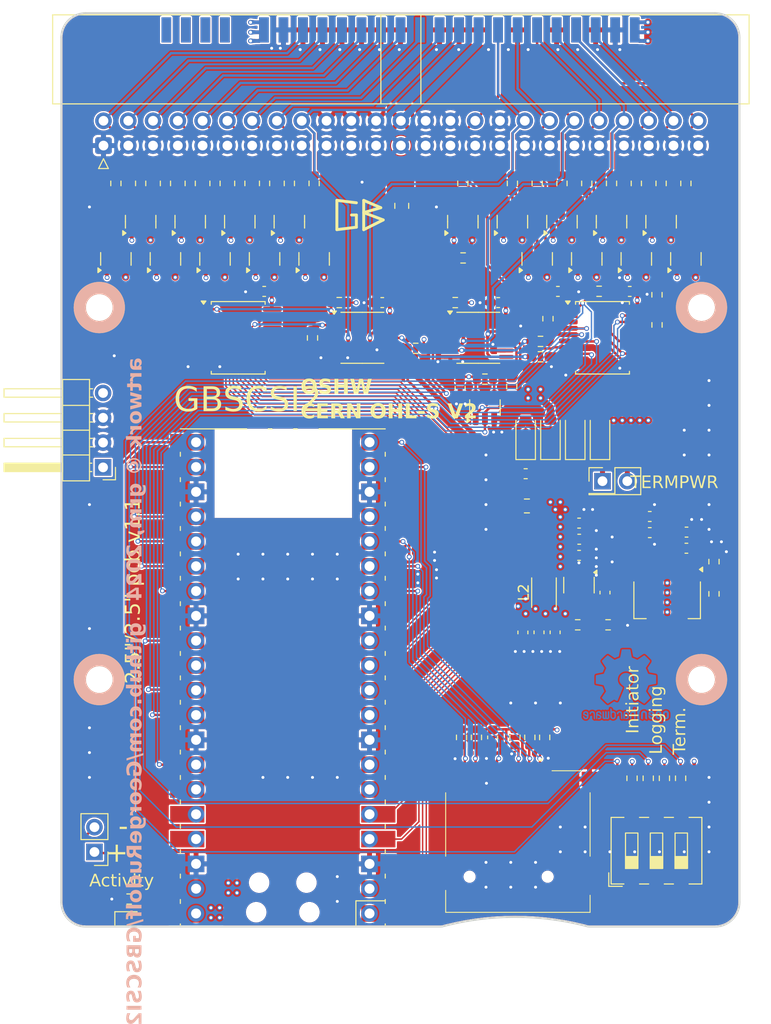
<source format=kicad_pcb>
(kicad_pcb (version 20241229) (generator "pcbnew") (generator_version "9.0")
  (title_block (title "GBSCSI model 2, 2.5/3.5in hybrid form factor") (date "2024-01-10") (rev "1.0") (comment 2 "Verified by Joan S.T.") (comment 3 "Drawn by George R. M."))
  (layers (0 "F.Cu" signal) (4 "In1.Cu" signal) (6 "In2.Cu" signal) (2 "B.Cu" signal) (13 "F.Paste" user) (15 "B.Paste" user) (5 "F.SilkS" user "F.Silkscreen") (7 "B.SilkS" user "B.Silkscreen") (1 "F.Mask" user) (3 "B.Mask" user) (25 "Edge.Cuts" user))
  (net 0 "")
  (net 1 "GND")
  (net 2 "+5V")
  (net 3 "Net-(U3-A0)")
  (net 4 "Net-(D1-A)")
  (net 5 "Net-(D2-K)")
  (net 6 "/5V_IN")
  (net 7 "Net-(D4-A)")
  (net 8 "/VBUS")
  (net 9 "/TERMPWR")
  (net 10 "/SDIO_D2")
  (net 11 "/SDIO_D3")
  (net 12 "/SDIO_CMD")
  (net 13 "/SDIO_CLK")
  (net 14 "/SDIO_D0")
  (net 15 "/SDIO_D1")
  (net 17 "/~{SCSI_SD0}")
  (net 18 "/~{SCSI_SD1}")
  (net 19 "/~{SCSI_SD2}")
  (net 20 "/~{SCSI_SD3}")
  (net 21 "/~{SCSI_SD4}")
  (net 22 "/~{SCSI_SD5}")
  (net 23 "/~{SCSI_SD6}")
  (net 24 "/~{SCSI_SD7}")
  (net 25 "/~{SCSI_SDP}")
  (net 26 "/SCSI_~{ATTN}")
  (net 27 "/~{SCSI_BSY}")
  (net 28 "/~{SCSI_ACK}")
  (net 29 "/~{SCSI_MSG}")
  (net 30 "/~{SCSI_SEL}")
  (net 31 "/SCSI_~{C}{slash}D")
  (net 32 "/SCSI_~{REQ}")
  (net 41 "/~{INITIATOR}")
  (net 42 "/~{DEBUG}")
  (net 43 "/~{TERM_EN}")
  (net 44 "/~{MCU_ATTN}")
  (net 45 "/~{MCU_REQ}")
  (net 46 "/~{BUS_DIR}")
  (net 47 "/~{RST_OUT}")
  (net 48 "/~{MCU_SEL_OUT}")
  (net 49 "/~{MCU_ACK}")
  (net 50 "Net-(U3-B1)")
  (net 51 "Net-(R18-Pad1)")
  (net 52 "/MCU_RST")
  (net 53 "Net-(R19-Pad1)")
  (net 54 "/~{MCU_SDP}")
  (net 55 "/~{MCU_CD{slash}SEL_IN}")
  (net 56 "Net-(R20-Pad2)")
  (net 57 "/~{MCU_MSG{slash}BSY_IN}")
  (net 58 "Net-(R21-Pad2)")
  (net 59 "/~{MCU_IO}")
  (net 60 "/~{MCU_SD0}")
  (net 61 "/~{MCU_SD1}")
  (net 62 "/~{MCU_SD2}")
  (net 63 "/~{MCU_SD3}")
  (net 64 "/~{MCU_SD4}")
  (net 65 "/~{MCU_SD5}")
  (net 66 "/~{MCU_SD6}")
  (net 67 "/~{MCU_SD7}")
  (net 68 "/SYS~{RST}")
  (net 69 "/~{MCU_BSY_OUT}")
  (net 73 "/~{SCSI_RST}")
  (net 74 "/ACTY")
  (net 75 "/5V_TIE")
  (net 76 "Net-(F2-Pad1)")
  (net 77 "/SCSI_I{slash}~{O} ")
  (net 78 "Net-(Q1-D)")
  (net 79 "Net-(Q2-D)")
  (net 80 "Net-(Q3-D)")
  (net 81 "Net-(Q4-D)")
  (net 82 "Net-(Q5-D)")
  (net 83 "Net-(Q6-D)")
  (net 84 "Net-(Q7-D)")
  (net 85 "Net-(Q8-D)")
  (net 86 "Net-(Q9-D)")
  (net 87 "Net-(Q10-D)")
  (net 88 "Net-(Q11-D)")
  (net 89 "Net-(Q12-D)")
  (net 90 "Net-(Q13-D)")
  (net 91 "Net-(Q14-D)")
  (net 92 "Net-(Q15-D)")
  (net 93 "Net-(Q16-D)")
  (net 94 "Net-(Q17-D)")
  (net 95 "Net-(Q18-D)")
  (net 96 "+2V8")
  (net 97 "Net-(U8-SW)")
  (net 98 "Net-(U8-BST)")
  (net 99 "Net-(U8-FB)")
  (net 101 "Net-(U7-GND)")
  (net 102 "+3.3V")
  (footprint "Resistor_SMD:R_0603_1608Metric" (layer "F.Cu") (at 81.317 117.822 90)
    (property "Reference" "R7" (hide yes))
    (property "Value" "4k7")
  )
  (footprint "Resistor_SMD:R_0603_1608Metric" (layer "F.Cu") (at 80.6704 73.292 180)
    (property "Reference" "R13" (hide yes))
    (property "Value" "4k7")
  )
  (footprint "LED_SMD:LED_0603_1608Metric" (layer "F.Cu") (at 47.268 136.411)
    (property "Reference" "D1" (hide yes))
    (property "Value" "YELLOW")
  )
  (footprint "Resistor_SMD:R_0603_1608Metric" (layer "F.Cu") (at 86.79 117.822 90)
    (property "Reference" "R3" (hide yes))
    (property "Value" "4k7")
  )
  (footprint "Package_TO_SOT_SMD:SOT-23" (layer "F.Cu") (at 94.148 68.8195 90)
    (property "Reference" "Q14" (hide yes))
    (property "Value" "AO3401A")
  )
  (footprint "Resistor_SMD:R_0603_1608Metric" (layer "F.Cu") (at 50.968 61.087 -90)
    (property "Reference" "R24" (hide yes))
    (property "Value" "110")
  )
  (footprint "Connector_PinHeader_2.54mm:PinHeader_1x02_P2.54mm_Vertical" (layer "F.Cu") (at 43.692 129.557 180)
    (property "Reference" "J1" (hide yes))
    (property "Value" "Conn_01x02")
  )
  (footprint "Resistor_SMD:R_0603_1608Metric" (layer "F.Cu") (at 86.460615 81.8896 -90)
    (property "Reference" "R18" (hide yes))
    (property "Value" "4k7")
  )
  (footprint "Capacitor_SMD:C_0603_1608Metric" (layer "F.Cu") (at 93.376 97.53)
    (property "Reference" "C17" (hide yes))
    (property "Value" "1uF")
  )
  (footprint "Resistor_SMD:R_0603_1608Metric" (layer "F.Cu") (at 47.248 134.379)
    (property "Reference" "R14" (hide yes))
    (property "Value" "510")
  )
  (footprint "Resistor_SMD:R_0603_1608Metric" (layer "F.Cu") (at 68.7832 73.292 180)
    (property "Reference" "R10" (hide yes))
    (property "Value" "4k7")
  )
  (footprint "Resistor_SMD:R_0603_1608Metric" (layer "F.Cu") (at 101.768 61.087 -90)
    (property "Reference" "R38" (hide yes))
    (property "Value" "110")
  )
  (footprint "GBSCSI:MH2.5_NPTH" (layer "F.Cu") (at 105.91 111.9)
    (property "Reference" "H4" (hide yes))
    (property "Value" "~" (hide yes))
  )
  (footprint "Fiducial:Fiducial_0.5mm_Mask1mm" (layer "F.Cu") (at 107.25 46.15)
    (property "Reference" "FID3" (hide yes))
    (property "Value" "Fiducial")
  )
  (footprint "Resistor_SMD:R_0603_1608Metric" (layer "F.Cu") (at 96.688 61.087 -90)
    (property "Reference" "R36" (hide yes))
    (property "Value" "110")
  )
  (footprint "Resistor_SMD:R_0603_1608Metric" (layer "F.Cu") (at 86.528 61.087 -90)
    (property "Reference" "R32" (hide yes))
    (property "Value" "110")
  )
  (footprint "Package_SO:TSSOP-14_4.4x5mm_P0.65mm" (layer "F.Cu") (at 83.032666 76.899)
    (property "Reference" "U6" (hide yes))
    (property "Value" "74LVT125")
  )
  (footprint "GBSCSI:RPi_Pico_W_SMD_TH" (layer "F.Cu") (at 62.996 111.7266 180)
    (property "Reference" "U1" (hide yes))
    (property "Value" "Pico W")
  )
  (footprint "Resistor_SMD:R_0603_1608Metric" (layer "F.Cu") (at 107.188 99.822 -90)
    (property "Reference" "R45" (hide yes))
    (property "Value" "0")
  )
  (footprint "Resistor_SMD:R_0603_1608Metric" (layer "F.Cu") (at 66.04 76.9112 90)
    (property "Reference" "R19" (hide yes))
    (property "Value" "1k")
  )
  (footprint "Package_TO_SOT_SMD:SOT-23" (layer "F.Cu") (at 50.968 68.8195 90)
    (property "Reference" "Q3" (hide yes))
    (property "Value" "AO3401A")
  )
  (footprint "Package_TO_SOT_SMD:SOT-23" (layer "F.Cu") (at 91.608 65.0095 90)
    (property "Reference" "Q13" (hide yes))
    (property "Value" "AO3401A")
  )
  (footprint "Package_TO_SOT_SMD:SOT-23" (layer "F.Cu") (at 96.688 65.0095 90)
    (property "Reference" "Q15" (hide yes))
    (property "Value" "AO3401A")
  )
  (footprint "Capacitor_SMD:C_0603_1608Metric" (layer "F.Cu") (at 91.19 72.149)
    (property "Reference" "C2" (hide yes))
    (property "Value" "12pF")
  )
  (footprint "Package_TO_SOT_SMD:SOT-23" (layer "F.Cu") (at 63.668 65.0095 90)
    (property "Reference" "Q8" (hide yes))
    (property "Value" "AO3401A")
  )
  (footprint "Resistor_SMD:R_0603_1608Metric" (layer "F.Cu") (at 76.6186 77.978 180)
    (property "Reference" "R11" (hide yes))
    (property "Value" "4k7")
  )
  (footprint "Fuse:Fuse_0805_2012Metric" (layer "F.Cu") (at 75.188 63.386 -90)
    (property "Reference" "F1" (hide yes))
    (property "Value" "1A")
  )
  (footprint "Resistor_SMD:R_0603_1608Metric" (layer "F.Cu") (at 45.888 61.087 -90)
    (property "Reference" "R22" (hide yes))
    (property "Value" "110")
  )
  (footprint "Package_TO_SOT_SMD:SOT-23" (layer "F.Cu") (at 66.208 68.8195 90)
    (property "Reference" "Q9" (hide yes))
    (property "Value" "AO3401A")
  )
  (footprint "Resistor_SMD:R_0603_1608Metric" (layer "F.Cu") (at 81.448 61.087 -90)
    (property "Reference" "R31" (hide yes))
    (property "Value" "110")
  )
  (footprint "Capacitor_SMD:C_0603_1608Metric" (layer "F.Cu") (at 81.171815 82.018 -90)
    (property "Reference" "C7" (hide yes))
    (property "Value" "100nF")
  )
  (footprint "Resistor_SMD:R_0603_1608Metric" (layer "F.Cu") (at 101.346 72.4916 90)
    (property "Reference" "R15" (hide yes))
    (property "Value" "1k")
  )
  (footprint "Button_Switch_SMD:SW_DIP_SPSTx03_Slide_6.7x9.18mm_W8.61mm_P2.54mm_LowProfile" (layer "F.Cu") (at 101.2952 129.4254 90)
    (property "Reference" "SW1" (hide yes))
    (property "Value" "SW_DIP_x03")
  )
  (footprint "Connector_IDC:IDC-Header_2x25_P2.54mm_Horizontal" (layer "F.Cu") (at 44.618 57.214 90)
    (property "Reference" "J6" (hide yes))
    (property "Value" "SCSI_50P_2.54mm")
  )
  (footprint "Connector_PinHeader_2.54mm:PinHeader_1x04_P2.54mm_Horizontal" (layer "F.Cu") (at 44.577 90.17 180)
    (property "Reference" "J4" (hide yes))
    (property "Value" "Conn_01x04")
  )
  (footprint "Resistor_SMD:R_0603_1608Metric" (layer "F.Cu") (at 56.048 61.087 -90)
    (property "Reference" "R26" (hide yes))
    (property "Value" "110")
  )
  (footprint "Resistor_SMD:R_0603_1608Metric" (layer "F.Cu") (at 82.841 117.822 90)
    (property "Reference" "R5" (hide yes))
    (property "Value" "4k7")
  )
  (footprint "Inductor_SMD:L_0603_1608Metric" (layer "F.Cu") (at 87.888 90.818)
    (property "Reference" "L1" (hide yes))
    (property "Value" "Ferrite_Bead_Small")
  )
  (footprint "Diode_SMD:D_SOD-123" (layer "F.Cu") (at 87.888 87.008 90)
    (property "Reference" "D4" (hide yes))
    (property "Value" "D_Schottky")
  )
  (footprint "Resistor_SMD:R_0603_1608Metric" (layer "F.Cu") (at 89.838 117.822 90)
    (property "Reference" "R1" (hide yes))
    (property "Value" "4k7")
  )
  (footprint "Diode_SMD:D_SOD-123" (layer "F.Cu") (at 92.968 87.008 90)
    (property "Reference" "D3" (hide yes))
    (property "Value" "D_Schottky")
  )
  (footprint "Capacitor_SMD:C_0603_1608Metric" (layer "F.Cu") (at 104.362 98.451)
    (property "Reference" "C11" (hide yes))
    (property "Value" "100nF")
  )
  (footprint "Package_SO:TSSOP-14_4.4x5mm_P0.65mm" (layer "F.Cu") (at 71.153333 76.899)
    (property "Reference" "U5" (hide yes))
    (property "Value" "74LVT125")
  )
  (footprint "Fiducial:Fiducial_0.5mm_Mask1mm" (layer "F.Cu") (at 42.75 134.75)
    (property "Reference" "FID2" (hide yes))
    (property "Value" "Fiducial")
  )
  (footprint "Resistor_SMD:R_0603_1608Metric" (layer "F.Cu") (at 107.188 103.124 -90)
    (property "Reference" "R44" (hide yes))
    (property "Value" "~")
  )
  (footprint "Capacitor_SMD:C_0603_1608Metric" (layer "F.Cu") (at 100.607 95.2)
    (property "Reference" "C8" (hide yes))
    (property "Value" "1uF")
  )
  (footprint "Inductor_SMD:L_Changjiang_FNR252012S" (layer "F.Cu") (at 89.7636 102.997 -90)
    (property "Reference" "L2")
    (property "Value" "2.2uH")
  )
  (footprint "Capacitor_SMD:C_0603_1608Metric" (layer "F.Cu") (at 89.2556 107.061 -90)
    (property "Reference" "C13" (hide yes))
    (property "Value" "22uF")
  )
  (footprint "Package_TO_SOT_SMD:TSOT-23-6" (layer "F.Cu") (at 93.35 102.229 -90)
    (property "Reference" "U8" (hide yes))
    (property "Value" "AP62250WU")
  )
  (footprint "Package_TO_SOT_SMD:SOT-23" (layer "F.Cu") (at 58.588 65.0095 90)
    (property "Reference" "Q6" (hide yes))
    (property "Value" "AO3401A")
  )
  (footprint "Capacitor_SMD:C_0603_1608Metric" (layer "F.Cu") (at 73.1898 73.292 180)
    (property "Reference" "C5" (hide yes))
    (property "Value" "100nF")
  )
  (footprint "Resistor_SMD:R_0603_1608Metric" (layer "F.Cu") (at 88.314 117.822 90)
    (property "Reference" "R2" (hide yes))
    (property "Value" "4k7")
  )
  (footprint "Package_TO_SOT_SMD:SOT-23-5" (layer "F.Cu") (at 83.711815 84.05 90)
    (property "Reference" "U4" (hide yes))
    (property "Value" "74AHCT1G125")
  )
  (footprint "Package_TO_SOT_SMD:SOT-23" (layer "F.Cu") (at 104.308 68.8195 90)
    (property "Reference" "Q18" (hide yes))
    (property "Value" "AO3401A")
  )
  (footprint "Package_SO:SSOP-20_5.3x7.2mm_P0.65mm" (layer "F.Cu") (at 58.424 76.899)
    (property "Reference" "U2" (hide yes))
    (property "Value" "74LVT245")
  )
  (footprint "GBSCSI:MH2.5_NPTH" (layer "F.Cu") (at 44.19 73.8)
    (property "Reference" "H1" (hide yes))
    (property "Value" "~" (hide yes))
  )
  (footprint "Fuse:Fuse_0805_2012Metric" (layer "F.Cu") (at 88.015 94.12)
    (property "Reference" "F2" (hide yes))
    (property "Value" "1A")
  )
  (footprint "Resistor_SMD:R_0603_1608Metric" (layer "F.Cu") (at 99.228 61.087 -90)
    (property "Reference" "R37" (hide yes))
    (property "Value" "110")
  )
  (footprint "Package_TO_SOT_SMD:SOT-23" (layer "F.Cu") (at 61.128 68.8195 90)
    (property "Reference" "Q7" (hide yes))
    (property "Value" "AO3401A")
  )
  (footprint "GBSCSI:TF01A" (layer "F.Cu") (at 87.09 128.49)
    (property "Reference" "J2" (hide yes))
    (property "Value" "TF003" (hide yes))
  )
  (footprint "Resistor_SMD:R_0603_1608Metric" (layer "F.Cu") (at 48.428 61.087 -90)
    (property "Reference" "R23" (hide yes))
    (property "Value" "110")
  )
  (footprint "Package_TO_SOT_SMD:SOT-23" (layer "F.Cu") (at 56.048 68.8195 90)
    (property "Reference" "Q5" (hide yes))
    (property "Value" "AO3401A")
  )
  (footprint "Connector_PinHeader_2.54mm:PinHeader_2x01_P2.54mm_Vertical" (layer "F.Cu") (at 95.762 91.58)
    (property "Reference" "JP3" (hide yes))
    (property "Value" "Jumper_2_Open")
  )
  (footprint "Resistor_SMD:R_0603_1608Metric" (layer "F.Cu") (at 102.108 122.0094 -90)
    (property "Reference" "R6" (hide yes))
    (property "Value" "1k")
  )
  (footprint "Capacitor_SMD:C_0603_1608Metric" (layer "F.Cu") (at 93.363 99.181)
    (property "Reference" "C18" (hide yes))
    (property "Value" "100nF")
  )
  (footprint "GBSCSI:MH2.5_NPTH" (layer "F.Cu") (at 44.19 111.9)
    (property "Reference" "H2" (hide yes))
    (property "Value" "~" (hide yes))
  )
  (footprint "Resistor_SMD:R_0603_1608Metric" (layer "F.Cu") (at 95.4146 72.136)
    (property "Reference" "R8" (hide yes))
    (property "Value" "4k7")
  )
  (footprint "Resistor_SMD:R_0603_1608Metric" (layer "F.Cu") (at 58.588 61.087 -90)
    (property "Reference" "R27" (hide yes))
    (property "Value" "110")
  )
  (footprint "Resistor_SMD:R_0603_1608Metric" (layer "F.Cu") (at 94.148 61.087 -90)
    (property "Reference" "R35" (hide yes))
    (property "Value" "110")
  )
  (footprint "Package_TO_SOT_SMD:SOT-23" (layer "F.Cu") (at 101.768 65.0095 90)
    (property "Reference" "Q17" (hide yes))
    (property "Value" "AO3401A")
  )
  (footprint "Resistor_SMD:R_0603_1608Metric" (layer "F.Cu") (at 89.068 61.087 -90)
    (property "Reference" "R33" (hide yes))
    (property "Value" "110")
  )
  (footprint "Resistor_SMD:R_0603_1608Metric" (layer "F.Cu") (at 101.35 75.578 90)
    (property "Reference" "R17" (hide yes))
    (property "Value" "1k")
  )
  (footprint "Capacitor_SMD:C_0603_1608Metric" (layer "F.Cu") (at 85.077 73.292 180)
    (property "Reference" "C6" (hide yes))
    (property "Value" "100nF")
  )
  (footprint "Capacitor_SMD:C_0603_1608Metric" (layer "F.Cu") (at 61.091 72.149 180)
    (property "Reference" "C4" (hide yes))
    (property "Value" "100nF")
  )
  (footprint "Fiducial:Fiducial_0.5mm_Mask1mm" (layer "F.Cu") (at 107.3 134.7)
    (property "Reference" "FID1" (hide yes))
    (property "Value" "Fiducial")
  )
  (footprint "Resistor_SMD:R_0603_1608Metric" (layer "F.Cu") (at 61.128 61.087 -90)
    (property "Reference" "R28" (hide yes))
    (property "Value" "110")
  )
  (footprint "Diode_SMD:D_SOD-123" (layer "F.Cu") (at 90.428 87.008 90)
    (property "Reference" "D5" (hide yes))
    (property "Value" "D_Schottky")
  )
  (footprint "Package_TO_SOT_SMD:SOT-23" (layer "F.Cu") (at 86.528 65.0095 90)
    (property "Reference" "Q11" (hide yes))
    (property "Value" "AO3401A")
  )
  (footprint "Package_TO_SOT_SMD:SOT-23" (layer "F.Cu") (at 99.228 68.8195 90)
    (property "Reference" "Q16" (hide yes))
    (property "Value" "AO3401A")
  )
  (footprint "Package_SO:SSOP-20_5.3x7.2mm_P0.65mm" (layer "F.Cu") (at 95.762 76.899)
    (property "Reference" "U3" (hide yes))
    (property "Value" "74LVT245")
  )
  (footprint "Resistor_SMD:R_0603_1608Metric" (layer "F.Cu") (at 91.608 61.087 -90)
    (property "Reference" "R34" (hide yes))
    (property "Value" "110")
  )
  (footprint "Resistor_SMD:R_0603_1608Metric" (layer "F.Cu") (at 100.448534 122.0094 90)
    (property "Reference" "R9" (hide yes))
    (property "Value" "4k7")
  )
  (footprint "Resistor_SMD:R_0603_1608Metric" (layer "F.Cu") (at 103.767468 122.0094 90)
    (property "Reference" "R43" (hide yes))
    (property "Value" "4k7")
  )
  (footprint "Capacitor_SMD:C_0603_1608Metric" (layer "F.Cu") (at 84.504 117.822 -90)
    (property "Reference" "C1" (hide yes))
    (property "Value" "10uF")
  )
  (footprint "Capacitor_SMD:C_0603_1608Metric" (layer "F.Cu") (at 100.607 96.851)
    (property "Reference" "C10" (hide yes))
    (property "Value" "100nF")
  )
  (footprint "Resistor_SMD:R_0603_1608Metric" (layer "F.Cu") (at 90.171 74.943 90)
    (property "Reference" "R16" (hide yes))
    (property "Value" "110")
  )
  (footprint "Resistor_SMD:R_0603_1608Metric" (layer "F.Cu") (at 63.668 61.087 -90)
    (property "Reference" "R29" (hide yes))
    (property "Value" "110")
  )
  (footprint "Package_TO_SOT_SMD:SOT-23" (layer "F.Cu") (at 53.508 65.0095 90)
    (property "Reference" "Q4" (hide yes))
    (property "Value" "AO3401A")
  )
  (footprint "Resistor_SMD:R_0603_1608Metric" (layer "F.Cu") (at 93.223 106.293)
    (property "Reference" "R41" (hide yes))
    (property "Value" "31k6")
  )
  (footprint "GBSCSI:PinHeader_2x25-2_P2.00mm_straddle" (layer "F.Cu") (at 75.061 43.2815 90)
    (property "Reference" "J5" (hide yes))
    (property "Value" "SCSI_50-2P_2mm")
  )
  (footprint "Resistor_SMD:R_0603_1608Metric" (layer "F.Cu") (at 81.475 68.72 180)
    (property "Reference" "R40" (hide yes))
    (property "Value" "4k7")
  )
  (footprint "Resistor_SMD:R_0603_1608Metric" (layer "F.Cu") (at 98.789068 122.0094 -90)
    (property "Reference" "R4" (hide yes))
    (property "Value" "1k")
  )
  (footprint "GBSCSI:MH2.5_NPTH" (layer "F.Cu") (at 105.91 73.8)
    (property "Reference" "H3" (hide yes))
    (property "Value" "~" (hide yes))
  )
  (footprint "Capacitor_SMD:C_0603_1608Metric" (layer "F.Cu") (at 87.6046 107.074 -90)
    (property "Reference" "C16" (hide yes))
    (property "Value" "100nF")
  )
  (footprint "Package_TO_SOT_SMD:SOT-23" (layer "F.Cu") (at 81.448 65.0095 90)
    (property "Reference" "Q10" (hide yes))
    (property "Value" "AO3401A")
  )
  (footprint "Capacitor_SMD:C_0603_1608Metric" (layer "F.Cu") (at 90.9066 107.061 -90)
    (property "Reference" "C12" (hide yes))
    (property "Value" "22uF")
  )
  (footprint "Capacitor_SMD:C_0603_1608Metric" (layer "F.Cu") (at 96.017 102.991 -90)
    (property "Reference" "C14" (hide yes))
    (property "Value" "100nF")
  )
  (footprint "Capacitor_SMD:C_0603_1608Metric" (layer "F.Cu") (at 98.556 72.149 180)
    (property "Reference" "C3" (hide yes))
    (property "Value" "100nF")
  )
  (footprint "Resistor_SMD:R_0603_1608Metric" (layer "F.Cu") (at 53.508 61.087 -90)
    (property "Reference" "R25" (hide yes))
    (property "Value" "110")
  )
  (footprint "Resistor_SMD:R_0603_1608Metric" (layer "F.Cu") (at 66.208 61.087 -90)
    (property "Reference" "R30" (hide yes))
    (property "Value" "110")
  )
  (footprint "Capacitor_SMD:C_0603_1608Metric" (layer "F.Cu") (at 104.375 96.8)
    (property "Reference" "C9" (hide yes))
    (property "Value" "1uF")
  )
  (footprint "Package_TO_SOT_SMD:SOT-23" (layer "F.Cu") (at 48.428 65.0095 90)
    (property "Reference" "Q2" (hide yes))
    (property "Value" "AO3401A")
  )
  (footprint "Resistor_SMD:R_0603_1608Metric" (layer "F.Cu") (at 96.334 106.293)
    (property "Reference" "R42" (hide yes))
    (property "Value" "10k")
  )
  (footprint "Resistor_SMD:R_0603_1608Metric" (layer "F.Cu") (at 89.408 78.8416 180)
    (property "Reference" "R21" (hide yes))
    (property "Value" "1k")
  )
  (footprint "Resistor_SMD:R_0603_1608Metric" (layer "F.Cu") (at 89.408 77.2668 180)
    (property "Reference" "R20" (hide yes))
    (property "Value" "1k")
  )
  (footprint "Package_TO_SOT_SMD:SOT-223-3_TabPin2" (layer "F.Cu") (at 102.388 103.749 -90)
    (property "Reference" "U7" (hide yes))
    (property "Value" "AZ1117-2.85")
  )
  (footprint "Resistor_SMD:R_0603_1608Metric" (layer "F.Cu") (at 83.711815 81.129)
    (property "Reference" "R12" (hide yes))
    (property "Value" "4k7")
  )
  (footprint "Resistor_SMD:R_0603_1608Metric" (layer "F.Cu") (at 104.308 61.087 -90)
    (property "Reference" "R39" (hide yes))
    (property "Value" "110")
  )
  (footprint "Package_TO_SOT_SMD:SOT-23" (layer "F.Cu") (at 45.888 68.8195 90)
    (property "Reference" "Q1" (hide yes))
    (property "Value" "AO3401A")
  )
  (footprint "Capacitor_SMD:C_0603_1608Metric" (layer "F.Cu") (at 93.363 95.879)
    (property "Reference" "C15" (hide yes))
    (property "Value" "10uF")
  )
  (footprint "Package_TO_SOT_SMD:SOT-23" (layer "F.Cu") (at 89.068 68.8195 90)
    (property "Reference" "Q12" (hide yes))
    (property "Value" "AO3401A")
  )
  (footprint "Diode_SMD:D_SOD-123" (layer "F.Cu") (at 95.508 87.008 90)
    (property "Reference" "D2" (hide yes))
    (property "Value" "D_Schottky")
  )
  (footprint "Symbol:OSHW-Logo2_9.8x8mm_Copper" (layer "B.Cu") (at 98.171 112.522 180)
    (property "Reference" "REF**" (hide yes))
    (property "Value" "OSHW-Logo2_9.8x8mm_Copper" (hide yes))
  )
  (gr_line (start 73.288 64.826) (end 71.288 64.076) (stroke (width 0.3)) (layer "F.SilkS"))
  (gr_line (start 68.538 65.822) (end 70.538 65.572) (stroke (width 0.3)) (layer "F.SilkS"))
  (gr_line (start 73.038 63.576) (end 71.288 64.076) (stroke (width 0.3)) (layer "F.SilkS"))
  (gr_line (start 70.538 65.572) (end 70.538 64.322) (stroke (width 0.3)) (layer "F.SilkS"))
  (gr_line (start 68.538 62.822) (end 70.538 63.072) (stroke (width 0.3)) (layer "F.SilkS"))
  (gr_line (start 68.538 62.822) (end 68.538 65.822) (stroke (width 0.3)) (layer "F.SilkS"))
  (gr_line (start 71.288 65.826) (end 73.288 64.826) (stroke (width 0.3)) (layer "F.SilkS"))
  (gr_line (start 70.038 64.322) (end 70.538 64.322) (stroke (width 0.3)) (layer "F.SilkS"))
  (gr_line (start 71.288 62.826) (end 73.038 63.576) (stroke (width 0.3)) (layer "F.SilkS"))
  (gr_line (start 71.288 65.826) (end 71.288 62.826) (stroke (width 0.3)) (layer "F.SilkS"))
  (gr_arc (start 109.8 134.7) (mid 109.067767 136.467766) (end 107.3 137.2) (stroke (width 0.2)) (layer "Edge.Cuts"))
  (gr_line (start 40.3 134.7) (end 40.3 46.15) (stroke (width 0.2)) (layer "Edge.Cuts"))
  (gr_arc (start 107.3 43.65) (mid 109.067767 44.382233) (end 109.8 46.15) (stroke (width 0.2)) (layer "Edge.Cuts"))
  (gr_arc (start 40.3 46.15) (mid 41.032233 44.382233) (end 42.8 43.65) (stroke (width 0.2)) (layer "Edge.Cuts"))
  (gr_line (start 94.3 137.2) (end 107.3 137.2) (stroke (width 0.2)) (layer "Edge.Cuts"))
  (gr_arc (start 79.3 137.2) (mid 86.8 136.212606) (end 94.3 137.2) (stroke (width 0.2)) (layer "Edge.Cuts"))
  (gr_line (start 109.8 134.7) (end 109.8 46.15) (stroke (width 0.2)) (layer "Edge.Cuts"))
  (gr_arc (start 42.8 137.2) (mid 41.032234 136.467767) (end 40.3 134.7) (stroke (width 0.2)) (layer "Edge.Cuts"))
  (gr_line (start 42.8 43.65) (end 107.3 43.65) (stroke (width 0.2)) (layer "Edge.Cuts"))
  (gr_line (start 42.8 137.2) (end 79.3 137.2) (stroke (width 0.2)) (layer "Edge.Cuts"))
  (gr_text "2.5{dblquote}/3.5{dblquote} pcb v1.1" (at 48.59 112.35 90) (layer "F.SilkS") (effects (font (size 1.5 1.5)) (justify left bottom)))
  (gr_text "GBSCSI2" (at 51.816 84.836 0) (layer "F.SilkS") (effects (font (size 2.5 2.5) (thickness 0.15) (italic yes)) (justify left bottom)))
  (gr_text "Logging" (at 102.0572 112.522 90) (layer "F.SilkS") (effects (font (size 1.27 1.27) (thickness 0.1875)) (justify right bottom)))
  (gr_text "Activity" (at 49.8 133.3 0) (layer "F.SilkS") (effects (font (size 1.27 1.27) (thickness 0.1875)) (justify right bottom)))
  (gr_text "OSHW\nCERN OHL-S V2" (at 64.8 85.4 0) (layer "F.SilkS") (effects (font (size 1.5 1.5) (thickness 0.3) (bold yes) (italic yes)) (justify left bottom)))
  (gr_text "-" (at 47.15 128.2 0) (layer "F.SilkS") (effects (font (size 2 2) (thickness 0.1875)) (justify right bottom)))
  (gr_text "TERMPWR" (at 107.6452 92.5068 0) (layer "F.SilkS") (effects (font (size 1.27 1.27) (thickness 0.1875)) (justify right bottom)))
  (gr_text "Term." (at 104.4572 114.722 90) (layer "F.SilkS") (effects (font (size 1.27 1.27) (thickness 0.1875)) (justify right bottom)))
  (gr_text "Initiator" (at 99.6572 110.522 90) (layer "F.SilkS") (effects (font (size 1.27 1.27) (thickness 0.1875)) (justify right bottom)))
  (gr_text "+" (at 47.15 130.9 0) (layer "F.SilkS") (effects (font (size 2 2) (thickness 0.1875)) (justify right bottom)))
  (gr_text "artwork © grm, 2024   github.com/GeorgeRudolf/GBSCSI2" (at 48.765 78.925 90) (layer "B.SilkS") (effects (font (size 1.5 1.5) (thickness 0.3) (bold yes) (italic yes)) (justify left bottom mirror)))
  (via (at 63.5 101.6) (size 0.5) (drill 0.3) (layers "F.Cu" "B.Cu") (net 1))
  (via (at 95.128 98.546) (size 0.5) (drill 0.3) (layers "F.Cu" "B.Cu") (net 1))
  (via (at 100.33 72.4408) (size 0.5) (drill 0.3) (layers "F.Cu" "B.Cu") (net 1))
  (via (at 61.853 47.244) (size 0.5) (drill 0.3) (layers "F.Cu" "B.Cu") (net 1))
  (via (at 93.222 47.384) (size 0.5) (drill 0.3) (layers "F.Cu" "B.Cu") (net 1))
  (via (at 95.254 47.384) (size 0.5) (drill 0.3) (layers "F.Cu" "B.Cu") (net 1))
  (via (at 81.679815 83.669) (size 0.5) (drill 0.3) (layers "F.Cu" "B.Cu") (net 1))
  (via (at 93.3196 72.1868) (size 0.5) (drill 0.3) (layers "F.Cu" "B.Cu") (net 1))
  (via (at 104.14 129.54) (size 0.5) (drill 0.3) (layers "F.Cu" "B.Cu") (net 1))
  (via (at 87.376 75.692) (size 0.5) (drill 0.3) (layers "F.Cu" "B.Cu") (net 1))
  (via (at 101.6 129.54) (size 0.5) (drill 0.3) (layers "F.Cu" "B.Cu") (net 1))
  (via (at 66.04 121.92) (size 0.5) (drill 0.3) (layers "F.Cu" "B.Cu") (net 1))
  (via (at 104.14 88.9) (size 0.5) (drill 0.3) (layers "F.Cu" "B.Cu") (net 1))
  (via (at 97.54 47.384) (size 0.5) (drill 0.3) (layers "F.Cu" "B.Cu") (net 1))
  (via (at 93.35 99.943) (size 0.5) (drill 0.3) (layers "F.Cu" "B.Cu") (net 1))
  (via (at 53.2892 79.8576) (size 0.5) (drill 0.3) (layers "F.Cu" "B.Cu") (net 1))
  (via (at 93.858 94.482) (size 0.5) (drill 0.3) (layers "F.Cu" "B.Cu") (net 1))
  (via (at 66.806 47.384) (size 0.5) (drill 0.3) (layers "F.Cu" "B.Cu") (net 1))
  (via (at 95.128 101.213) (size 0.5) (drill 0.3) (layers "F.Cu" "B.Cu") (net 1))
  (via (at 60.96 121.92) (size 0.5) (drill 0.3) (layers "F.Cu" "B.Cu") (net 1))
  (via (at 101.092 98.044) (size 0.5) (drill 0.3) (layers "F.Cu" "B.Cu") (net 1))
  (via (at 86.452 119.506) (size 0.5) (drill 0.3) (layers "F.Cu" "B.Cu") (net 1))
  (via (at 83.2104 73.3044) (size 0.5) (drill 0.3) (layers "F.Cu" "B.Cu") (net 1))
  (via (at 93.98 129.54) (size 0.5) (drill 0.3) (layers "F.Cu" "B.Cu") (net 1))
  (via (at 91.44 127) (size 0.5) (drill 0.3) (layers "F.Cu" "B.Cu") (net 1))
  (via (at 45.47 134.379) (size 0.5) (drill 0.3) (layers "F.Cu" "B.Cu") (net 1))
  (via (at 72.644 78.1304) (size 0.5) (drill 0.3) (layers "F.Cu" "B.Cu") (net 1))
  (via (at 106.68 81.28) (size 0.5) (drill 0.3) (layers "F.Cu" "B.Cu") (net 1))
  (via (at 78.75 100.65) (size 0.5) (drill 0.3) (layers "F.Cu" "B.Cu") (net 1))
  (via (at 106.68 124.46) (size 0.5) (drill 0.3) (layers "F.Cu" "B.Cu") (net 1))
  (via (at 72.902 47.384) (size 0.5) (drill 0.3) (layers "F.Cu" "B.Cu") (net 1))
  (via (at 45.72 78.74) (size 0.5) (drill 0.3) (layers "F.Cu" "B.Cu") (net 1))
  (via (at 86.3612 133.1616) (size 0.5) (drill 0.3) (layers "F.Cu" "B.Cu") (net 1))
  (via (at 80.790815 83.669) (size 0.5) (drill 0.3) (layers "F.Cu" "B.Cu") (net 1))
  (via (at 88.9012 133.1616) (size 0.5) (drill 0.3) (layers "F.Cu" "B.Cu") (net 1))
  (via (at 91.3786 109.025) (size 0.5) (drill 0.3) (layers "F.Cu" "B.Cu") (net 1))
  (via (at 101.092 93.98) (size 0.5) (drill 0.3) (layers "F.Cu" "B.Cu") (net 1))
  (via (at 78.55 99.7) (size 0.5) (drill 0.3) (layers "F.Cu" "B.Cu") (net 1))
  (via (at 60.96 101.6) (size 0.5) (drill 0.3) (layers "F.Cu" "B.Cu") (net 1))
  (via (at 83.8212 133.1616) (size 0.5) (drill 0.3) (layers "F.Cu" "B.Cu") (net 1))
  (via (at 68.58 101.6) (size 0.5) (drill 0.3) (layers "F.Cu" "B.Cu") (net 1))
  (via (at 104.14 86.36) (size 0.5) (drill 0.3) (layers "F.Cu" "B.Cu") (net 1))
  (via (at 97.536 80.01) (size 0.5) (drill 0.3) (layers "F.Cu" "B.Cu") (net 1))
  (via (at 43.18 121.92) (size 0.5) (drill 0.3) (layers "F.Cu" "B.Cu") (net 1))
  (via (at 56.5404 79.8576) (size 0.5) (drill 0.3) (layers "F.Cu" "B.Cu") (net 1))
  (via (at 106.68 86.36) (size 0.5) (drill 0.3) (layers "F.Cu" "B.Cu") (net 1))
  (via (at 63.5 99.06) (size 0.5) (drill 0.3) (layers "F.Cu" "B.Cu") (net 1))
  (via (at 43.18 119.38) (size 0.5) (drill 0.3) (layers "F.Cu" "B.Cu") (net 1))
  (via (at 81.4324 79.3496) (size 0.5) (drill 0.3) (layers "F.Cu" "B.Cu") (net 1))
  (via (at 84.5312 77.5716) (size 0.5) (drill 0.3) (layers "F.Cu" "B.Cu") (net 1))
  (via (at 43.18 116.84) (size 0.5) (drill 0.3) (layers "F.Cu" "B.Cu") (net 1))
  (via (at 71.12 60.96) (size 0.5) (drill 0.3) (layers "F.Cu" "B.Cu") (net 1))
  (via (at 59.182 72.1868) (size 0.5) (drill 0.3) (layers "F.Cu" "B.Cu") (net 1))
  (via (at 105.918 95.504) (size 0.5) (drill 0.3) (layers "F.Cu" "B.Cu") (net 1))
  (via (at 91.44 114.3) (size 0.5) (drill 0.3) (layers "F.Cu" "B.Cu") (net 1))
  (via (at 90.4286 109.025) (size 0.5) (drill 0.3) (layers "F.Cu" "B.Cu") (net 1))
  (via (at 99.06 129.54) (size 0.5) (drill 0.3) (layers "F.Cu" "B.Cu") (net 1))
  (via (at 78.744 47.384) (size 0.5) (drill 0.3) (layers "F.Cu" "B.Cu") (net 1))
  (via (at 106.68 96.52) (size 0.5) (drill 0.3) (layers "F.Cu" "B.Cu") (net 1))
  (via (at 86.11 47.384) (size 0.5) (drill 0.3) (layers "F.Cu" "B.Cu") (net 1))
  (via (at 88.142 47.384) (size 0.5) (drill 0.3) (layers "F.Cu" "B.Cu") (net 1))
  (via (at 80.652 120.006) (size 0.5) (drill 0.3) (layers "F.Cu" "B.Cu") (net 1))
  (via (at 60.96 99.06) (size 0.5) (drill 0.3) (layers "F.Cu" "B.Cu") (net 1))
  (via (at 106.68 127) (size 0.5) (drill 0.3) (layers "F.Cu" "B.Cu") (net 1))
  (via (at 97.79 73.3044) (size 0.5) (drill 0.3) (layers "F.Cu" "B.Cu") (net 1))
  (via (at 85.444615 86.5567) (size 0.5) (drill 0.3) (layers "F.Cu" "B.Cu") (net 1))
  (via (at 68.58 121.92) (size 0.5) (drill 0.3) (layers "F.Cu" "B.Cu") (net 1))
  (via (at 90.202 119.956) (size 0.5) (drill 0.3) (layers "F.Cu" "B.Cu") (net 1))
  (via (at 66.04 101.6) (size 0.5) (drill 0.3) (layers "F.Cu" "B.Cu") (net 1))
  (via (at 94.747 94.482) (size 0.5) (drill 0.3) (layers "F.Cu" "B.Cu") (net 1))
  (via (at 78.74 63.5) (size 0.5) (drill 0.3) (layers "F.Cu" "B.Cu") (net 1))
  (via (at 76.836 101.105) (size 0.5) (drill 0.3) (layers "F.Cu" "B.Cu") (net 1))
  (via (at 64.774 47.384) (size 0.5) (drill 0.3) (layers "F.Cu" "B.Cu") (net 1))
  (via (at 76.836 101.994) (size 0.5) (drill 0.3) (layers "F.Cu" "B.Cu") (net 1))
  (via (at 88.6286 109.025) (size 0.5) (drill 0.3) (layers "F.Cu" "B.Cu") (net 1))
  (via (at 108.458 98.806) (size 0.5) (drill 0.3) (layers "F.Cu" "B.Cu") (net 1))
  (via (at 83.869 119.981) (size 0.5) (drill 0.3) (layers "F.Cu" "B.Cu") (net 1))
  (via (at 98.332 106.345) (size 0.5) (drill 0.3) (layers "F.Cu" "B.Cu") (net 1))
  (via (at 104.902 95.504) (size 0.5) (drill 0.3) (layers "F.Cu" "B.Cu") (net 1))
  (via (at 95.128 96.641) (size 0.5) (drill 0.3) (layers "F.Cu" "B.Cu") (net 1))
  (via (at 43.18 93.98) (size 0.5) (drill 0.3) (layers "F.Cu" "B.Cu") (net 1))
  (via (at 106.934 97.79) (size 0.5) (drill 0.3) (layers "F.Cu" "B.Cu") (net 1))
  (via (at 106.68 129.54) (size 0.5) (drill 0.3) (layers "F.Cu" "B.Cu") (net 1))
  (via (at 86.8286 109.025) (size 0.5) (drill 0.3) (layers "F.Cu" "B.Cu") (net 1))
  (via (at 106.68 88.9) (size 0.5) (drill 0.3) (layers "F.Cu" "B.Cu") (net 1))
  (via (at 74.934 47.384) (size 0.5) (drill 0.3) (layers "F.Cu" "B.Cu") (net 1))
  (via (at 83.82 96.52) (size 0.5) (drill 0.3) (layers "F.Cu" "B.Cu") (net 1))
  (via (at 107.95 97.79) (size 0.5) (drill 0.3) (layers "F.Cu" "B.Cu") (net 1))
  (via (at 81.026 47.384) (size 0.5) (drill 0.3) (layers "F.Cu" "B.Cu") (net 1))
  (via (at 70.87 47.384) (size 0.5) (drill 0.3) (layers "F.Cu" "B.Cu") (net 1))
  (via (at 83.82 91.44) (size 0.5) (drill 0.3) (layers "F.Cu" "B.Cu") (net 1))
  (via (at 66.9036 78.9432) (size 0.5) (drill 0.3) (layers "F.Cu" "B.Cu") (net 1))
  (via (at 96.75 97.3) (size 0.5) (drill 0.3) (layers "F.Cu" "B.Cu") (net 1))
  (via (at 83.869 122.521) (size 0.5) (drill 0.3) (layers "F.Cu" "B.Cu") (net 1))
  (via (at 58.42 101.6) (size 0.5) (drill 0.3) (layers "F.Cu" "B.Cu") (net 1))
  (via (at 83.8212 130.6216) (size 0.5) (drill 0.3) (layers "F.Cu" "B.Cu") (net 1))
  (via (at 58.42 99.06) (size 0.5) (drill 0.3) (layers "F.Cu" "B.Cu") (net 1))
  (via (at 78.75 101.5) (size 0.5) (drill 0.3) (layers "F.Cu" "B.Cu") (net 1))
  (via (at 86.36 114.3) (size 0.5) (drill 0.3) (layers "F.Cu" "B.Cu") (net 1))
  (via (at 78.55 98.85) (size 0.5) (drill 0.3) (layers "F.Cu" "B.Cu") (net 1))
  (via (at 69.6468 78.9432) (size 0.5) (drill 0.3) (layers "F.Cu" "B.Cu") (net 1))
  (via (at 97.508885 70.739) (size 0.5) (drill 0.3) (layers "F.Cu" "B.Cu") (net 1))
  (via (at 91.9988 80.7212) (size 0.5) (drill 0.3) (layers "F.Cu" "B.Cu") (net 1))
  (via (at 84.600815 86.5567) (size 0.5) (drill 0.3) (layers "F.Cu" "B.Cu") (net 1))
  (via (at 106.68 121.92) (size 0.5) (drill 0.3) (layers "F.Cu" "B.Cu") (net 1))
  (via (at 88.9012 130.6216) (size 0.5) (drill 0.3) (layers "F.Cu" "B.Cu") (net 1))
  (via (at 106.68 83.82) (size 0.5) (drill 0.3) (layers "F.Cu" "B.Cu") (net 1))
  (via (at 43.18 63.5) (size 0.5) (drill 0.3) (layers "F.Cu" "B.Cu") (net 1))
  (via (at 71.3232 73.3044) (size 0.5) (drill 0.3) (layers "F.Cu" "B.Cu") (net 1))
  (via (at 68.838 47.384) (size 0.5) (drill 0.3) (layers "F.Cu" "B.Cu") (net 1))
  (via (at 88.9 114.3) (size 0.5) (drill 0.3) (layers "F.Cu" "B.Cu") (net 1))
  (via (at 78.8924 79.3496) (size 0.5) (drill 0.3) (layers "F.Cu" "B.Cu") (net 1))
  (via (at 93.98 127) (size 0.5) (drill 0.3) (layers "F.Cu" "B.Cu") (net 1))
  (via (at 84.078 47.384) (size 0.5) (drill 0.3) (layers "F.Cu" "B.Cu") (net 1))
  (via (at 62.742 47.244) (size 0.5) (drill 0.3) (layers "F.Cu" "B.Cu") (net 1))
  (via (at 86.3612 130.6216) (size 0.5) (drill 0.3) (layers "F.Cu" "B.Cu") (net 1))
  (via (at 43.18 106.68) (size 0.5) (drill 0.3) (layers "F.Cu" "B.Cu") (net 1))
  (via (at 83.82 93.98) (size 0.5) (drill 0.3) (layers "F.Cu" "B.Cu") (net 1))
  (via (at 89.5286 109.025) (size 0.5) (drill 0.3) (layers "F.Cu" "B.Cu") (net 1))
  (via (at 95.128 99.435) (size 0.5) (drill 0.3) (layers "F.Cu" "B.Cu") (net 1))
  (via (at 91.44 129.54) (size 0.5) (drill 0.3) (layers "F.Cu" "B.Cu") (net 1))
  (via (at 68.58 132.08) (size 0.5) (drill 0.3) (layers "F.Cu" "B.Cu") (net 1))
  (via (at 90.5256 79.8576) (size 0.5) (drill 0.3) (layers "F.Cu" "B.Cu") (net 1))
  (via (at 83.82 88.9) (size 0.5) (drill 0.3) (layers "F.Cu" "B.Cu") (net 1))
  (via (at 63.5 121.92) (size 0.5) (drill 0.3) (layers "F.Cu" "B.Cu") (net 1))
  (via (at 106.68 93.98) (size 0.5) (drill 0.3) (layers "F.Cu" "B.Cu") (net 1))
  (via (at 66.04 99.06) (size 0.5) (drill 0.3) (layers "F.Cu" "B.Cu") (net 1))
  (via (at 68.58 99.06) (size 0.5) (drill 0.3) (layers "F.Cu" "B.Cu") (net 1))
  (via (at 91.19 47.384) (size 0.5) (drill 0.3) (layers "F.Cu" "B.Cu") (net 1))
  (via (at 87.7286 109.025) (size 0.5) (drill 0.3) (layers "F.Cu" "B.Cu") (net 1))
  (via (at 68.58 134.62) (size 0.5) (drill 0.3) (layers "F.Cu" "B.Cu") (net 1))
  (via (at 95.128 100.324) (size 0.5) (drill 0.3) (layers "F.Cu" "B.Cu") (net 1))
  (via (at 96.52 129.54) (size 0.5) (drill 0.3) (layers "F.Cu" "B.Cu") (net 1))
  (via (at 96.75 99.85) (size 0.5) (drill 0.3) (layers "F.Cu" "B.Cu") (net 1))
  (segment (start 99.832 100.343) (end 99.832 95.2) (width 0.635) (layer "F.Cu") (net 2))
  (segment (start 99.832 95.2) (end 98.032 93.4) (width 0.635) (layer "F.Cu") (net 2))
  (segment (start 98.032 93.4) (end 92.6 93.4) (width 0.635) (layer "F.Cu") (net 2))
  (via (at 91.948 94.488) (size 0.5) (drill 0.3) (layers "F.Cu" "B.Cu") (net 2))
  (via (at 90.932 94.488) (size 0.5) (drill 0.3) (layers "F.Cu" "B.Cu") (net 2))
  (via (at 57.408 133.744) (size 0.5) (drill 0.3) (layers "F.Cu" "B.Cu") (net 2))
  (via (at 91.44 99.314) (size 0.5) (drill 0.3) (layers "F.Cu" "B.Cu") (net 2))
  (via (at 91.44 98.298) (size 0.5) (drill 0.3) (layers "F.Cu" "B.Cu") (net 2))
  (via (at 91.44 100.33) (size 0.5) (drill 0.3) (layers "F.Cu" "B.Cu") (net 2))
  (via (at 91.44 95.25) (size 0.5) (drill 0.3) (layers "F.Cu" "B.Cu") (net 2))
  (via (at 57.408 132.728) (size 0.5) (drill 0.3) (layers "F.Cu" "B.Cu") (net 2))
  (via (at 58.297 133.744) (size 0.5) (drill 0.3) (layers "F.Cu" "B.Cu") (net 2))
  (via (at 91.44 97.282) (size 0.5) (drill 0.3) (layers "F.Cu" "B.Cu") (net 2))
  (via (at 58.297 132.728) (size 0.5) (drill 0.3) (layers "F.Cu" "B.Cu") (net 2))
  (via (at 91.44 96.266) (size 0.5) (drill 0.3) (layers "F.Cu" "B.Cu") (net 2))
  (via (at 90.424 93.726) (size 0.5) (drill 0.3) (layers "F.Cu" "B.Cu") (net 2))
  (via (at 91.44 93.726) (size 0.5) (drill 0.3) (layers "F.Cu" "B.Cu") (net 2))
  (segment (start 90.677 74.624) (end 90.171 74.118) (width 0.25) (layer "F.Cu") (net 3))
  (segment (start 90.174 74.115) (end 90.174 72.39) (width 0.25) (layer "F.Cu") (net 3))
  (segment (start 92.262 74.624) (end 90.677 74.624) (width 0.25) (layer "F.Cu") (net 3))
  (segment (start 48.7034 87.5966) (end 54.106 87.5966) (width 0.25) (layer "F.Cu") (net 4))
  (segment (start 46.5 89.8) (end 48.7034 87.5966) (width 0.25) (layer "F.Cu") (net 4))
  (segment (start 49.3649 135.1016) (end 49.3649 132.8293) (width 0.25) (layer "F.Cu") (net 4))
  (segment (start 47.7 109.4) (end 46.5 108.2) (width 0.25) (layer "F.Cu") (net 4))
  (segment (start 46.5 108.2) (end 46.5 89.8) (width 0.25) (layer "F.Cu") (net 4))
  (segment (start 48.0555 136.411) (end 49.3649 135.1016) (width 0.25) (layer "F.Cu") (net 4))
  (segment (start 46.2026 129.667) (end 46.233 129.667) (width 0.25) (layer "F.Cu") (net 4))
  (segment (start 46.233 129.667) (end 47.7 128.2) (width 0.25) (layer "F.Cu") (net 4))
  (segment (start 46.2026 129.667) (end 43.692 129.667) (width 0.25) (layer "F.Cu") (net 4))
  (segment (start 47.7 128.2) (end 47.7 109.4) (width 0.25) (layer "F.Cu") (net 4))
  (segment (start 49.3649 132.8293) (end 46.2026 129.667) (width 0.25) (layer "F.Cu") (net 4))
  (segment (start 95.762 91.58) (end 95.762 88.912) (width 0.508) (layer "F.Cu") (net 5))
  (segment (start 95.762 88.912) (end 95.508 88.658) (width 0.508) (layer "F.Cu") (net 5))
  (segment (start 100.4165 45.352) (end 100.402 45.3375) (width 0.381) (layer "F.Cu") (net 6))
  (segment (start 99.1465 46.114) (end 99.5275 46.495) (width 0.381) (layer "F.Cu") (net 6))
  (segment (start 92.968 85.358) (end 95.508 85.358) (width 0.762) (layer "F.Cu") (net 6))
  (segment (start 99.318 45.606) (end 100.4165 45.606) (width 0.381) (layer "F.Cu") (net 6))
  (segment (start 59.694 45.606) (end 60.8215 45.606) (width 0.381) (layer "F.Cu") (net 6))
  (segment (start 60.583 46.495) (end 60.964 46.114) (width 0.381) (layer "F.Cu") (net 6))
  (segment (start 99.1465 44.59) (end 100.4165 44.59) (width 0.381) (layer "F.Cu") (net 6))
  (segment (start 100.4165 46.495) (end 100.4165 44.59) (width 0.762) (layer "F.Cu") (net 6))
  (segment (start 100.46 85.358) (end 100.461 85.357) (width 0.762) (layer "F.Cu") (net 6))
  (segment (start 95.508 85.358) (end 100.46 85.358) (width 0.762) (layer "F.Cu") (net 6))
  (segment (start 60.964 44.59) (end 59.694 44.59) (width 0.381) (layer "F.Cu") (net 6))
  (segment (start 100.4165 45.606) (end 100.4165 45.352) (width 0.381) (layer "F.Cu") (net 6))
  (segment (start 99.5275 46.495) (end 100.4165 46.495) (width 0.381) (layer "F.Cu") (net 6))
  (segment (start 59.694 46.495) (end 60.583 46.495) (width 0.381) (layer "F.Cu") (net 6))
  (via (at 100.461 85.357) (size 0.5) (drill 0.3) (layers "F.Cu" "B.Cu") (net 6))
  (via (at 100.4165 46.495) (size 0.5) (drill 0.3) (layers "F.Cu" "B.Cu") (net 6))
  (via (at 96.905 85.357) (size 0.5) (drill 0.3) (layers "F.Cu" "B.Cu") (net 6))
  (via (at 100.4165 45.606) (size 0.5) (drill 0.3) (layers "F.Cu" "B.Cu") (net 6))
  (via (at 99.572 85.357) (size 0.5) (drill 0.3) (layers "F.Cu" "B.Cu") (net 6))
  (via (at 97.794 85.357) (size 0.5) (drill 0.3) (layers "F.Cu" "B.Cu") (net 6))
  (via (at 59.694 45.606) (size 0.5) (drill 0.3) (layers "F.Cu" "B.Cu") (net 6))
  (via (at 59.694 46.495) (size 0.5) (drill 0.3) (layers "F.Cu" "B.Cu") (net 6))
  (via (at 98.683 85.357) (size 0.5) (drill 0.3) (layers "F.Cu" "B.Cu") (net 6))
  (via (at 100.4165 44.59) (size 0.5) (drill 0.3) (layers "F.Cu" "B.Cu") (net 6))
  (via (at 59.694 44.59) (size 0.5) (drill 0.3) (layers "F.Cu" "B.Cu") (net 6))
  (segment (start 99.572 46.495) (end 99.061 45.984) (width 0.381) (layer "B.Cu") (net 6))
  (segment (start 59.694 44.59) (end 60.964 44.59) (width 0.381) (layer "B.Cu") (net 6))
  (segment (start 59.694 46.495) (end 60.583 46.495) (width 0.381) (layer "B.Cu") (net 6))
  (segment (start 100.4165 46.495) (end 99.572 46.495) (width 0.381) (layer "B.Cu") (net 6))
  (segment (start 100.4165 45.606) (end 99.3005 45.606) (width 0.381) (layer "B.Cu") (net 6))
  (segment (start 59.694 45.606) (end 60.8215 45.606) (width 0.381) (layer "B.Cu") (net 6))
  (segment (start 99.191 44.59) (end 100.4165 44.59) (width 0.381) (layer "B.Cu") (net 6))
  (segment (start 60.583 46.495) (end 61.061 46.017) (width 0.381) (layer "B.Cu") (net 6))
  (segment (start 87.888 85.358) (end 86.0583 87.1877) (width 0.508) (layer "F.Cu") (net 7))
  (segment (start 98.302 88.024) (end 97.54 87.262) (width 0.508) (layer "F.Cu") (net 7))
  (segment (start 82.9967 87.1877) (end 82.9045 87.0955) (width 0.508) (layer "F.Cu") (net 7))
  (segment (start 75.188 66.942) (end 75.188 64.3235) (width 0.5) (layer "F.Cu") (net 7))
  (segment (start 76.6064 80.7974) (end 76.6064 68.3604) (width 0.5) (layer "F.Cu") (net 7))
  (segment (start 82.9045 87.0955) (end 76.6064 80.7974) (width 0.5) (layer "F.Cu") (net 7))
  (segment (start 98.302 91.58) (end 98.302 88.024) (width 0.508) (layer "F.Cu") (net 7))
  (segment (start 89.792 87.262) (end 87.888 85.358) (width 0.508) (layer "F.Cu") (net 7))
  (segment (start 97.54 87.262) (end 89.792 87.262) (width 0.508) (layer "F.Cu") (net 7))
  (segment (start 76.6064 68.3604) (end 75.188 66.942) (width 0.5) (layer "F.Cu") (net 7))
  (segment (start 86.0583 87.1877) (end 82.9967 87.1877) (width 0.508) (layer "F.Cu") (net 7))
  (segment (start 90.428 85.358) (end 90.428 84.087) (width 0.762) (layer "F.Cu") (net 8))
  (segment (start 90.428 84.087) (end 89.412 83.071) (width 0.762) (layer "F.Cu") (net 8))
  (via (at 89.412 82.182) (size 0.5) (drill 0.3) (layers "F.Cu" "B.Cu") (net 8))
  (via (at 56.519 136.284) (size 0.5) (drill 0.3) (layers "F.Cu" "B.Cu") (net 8))
  (via (at 55.63 136.284) (size 0.5) (drill 0.3) (layers "F.Cu" "B.Cu") (net 8))
  (via (at 56.519 135.268) (size 0.5) (drill 0.3) (layers "F.Cu" "B.Cu") (net 8))
  (via (at 89.412 83.071) (size 0.5) (drill 0.3) (layers "F.Cu" "B.Cu") (net 8))
  (via (at 55.63 135.268) (size 0.5) (drill 0.3) (layers "F.Cu" "B.Cu") (net 8))
  (via (at 88.142 83.071) (size 0.5) (drill 0.3) (layers "F.Cu" "B.Cu") (net 8))
  (via (at 88.142 82.182) (size 0.5) (drill 0.3) (layers "F.Cu" "B.Cu") (net 8))
  (segment (start 83.061 46.877) (end 83.061 45.3665) (width 0.381) (layer "B.Cu") (net 9))
  (segment (start 83.061 46.711) (end 83.061 45.3665) (width 0.762) (layer "B.Cu") (net 9))
  (segment (start 75.098 54.674) (end 83.061 46.711) (width 0.762) (layer "B.Cu") (net 9))
  (segment (start 89.35 120.001) (end 89.33 119.981) (width 0.25) (layer "F.Cu") (net 10))
  (segment (start 89.35 119.961) (end 89.35 119.135) (width 0.25) (layer "F.Cu") (net 10))
  (segment (start 89.33 119.981) (end 89.35 119.961) (width 0.25) (layer "F.Cu") (net 10))
  (segment (start 89.35 119.135) (end 89.838 118.647) (width 0.25) (layer "F.Cu") (net 10))
  (segment (start 89.35 121.24) (end 89.35 120.001) (width 0.25) (layer "F.Cu") (net 10))
  (segment (start 77.6675 90.1366) (end 71.886 90.1366) (width 0.25) (layer "F.Cu") (net 10))
  (via (at 89.33 119.981) (size 0.5) (drill 0.3) (layers "F.Cu" "B.Cu") (net 10))
  (via (at 77.6675 90.1366) (size 0.5) (drill 0.3) (layers "F.Cu" "B.Cu") (net 10))
  (segment (start 77.835 108.486) (end 89.3288 119.9798) (width 0.15) (layer "B.Cu") (net 10))
  (segment (start 78.098 103.343352) (end 77.835 103.606352) (width 0.15) (layer "B.Cu") (net 10))
  (segment (start 78.098 100.309842) (end 78.098 103.343352) (width 0.15) (layer "B.Cu") (net 10))
  (segment (start 77.543 90.2611) (end 77.543 99.754842) (width 0.15) (layer "B.Cu") (net 10))
  (segment (start 77.543 99.754842) (end 78.098 100.309842) (width 0.15) (layer "B.Cu") (net 10))
  (segment (start 77.6675 90.1366) (end 77.543 90.2611) (width 0.15) (layer "B.Cu") (net 10))
  (segment (start 77.835 103.606352) (end 77.835 108.486) (width 0.15) (layer "B.Cu") (net 10))
  (segment (start 88.314 119.981) (end 88.25 120.045) (width 0.25) (layer "F.Cu") (net 11))
  (segment (start 88.25 120.045) (end 88.25 121.24) (width 0.25) (layer "F.Cu") (net 11))
  (segment (start 75.188 87.5966) (end 71.886 87.5966) (width 0.25) (layer "F.Cu") (net 11))
  (segment (start 88.25 119.917) (end 88.25 118.711) (width 0.25) (layer "F.Cu") (net 11))
  (segment (start 88.314 119.981) (end 88.25 119.917) (width 0.25) (layer "F.Cu") (net 11))
  (via (at 88.314 119.981) (size 0.5) (drill 0.3) (layers "F.Cu" "B.Cu") (net 11))
  (via (at 75.188 87.5966) (size 0.5) (drill 0.3) (layers "F.Cu" "B.Cu") (net 11))
  (segment (start 77.721 100.466) (end 77.721 103.187194) (width 0.15) (layer "B.Cu") (net 11))
  (segment (start 75.188 87.5966) (end 77.166 89.5746) (width 0.15) (layer "B.Cu") (net 11))
  (segment (start 77.166 89.5746) (end 77.166 99.911) (width 0.15) (layer "B.Cu") (net 11))
  (segment (start 77.166 99.911) (end 77.721 100.466) (width 0.15) (layer "B.Cu") (net 11))
  (segment (start 77.458 109.091396) (end 88.3128 119.946196) (width 0.15) (layer "B.Cu") (net 11))
  (segment (start 77.721 103.187194) (end 77.458 103.450194) (width 0.15) (layer "B.Cu") (net 11))
  (segment (start 77.458 103.450194) (end 77.458 109.091396) (width 0.15) (layer "B.Cu") (net 11))
  (segment (start 87.171 119.981) (end 87.15 120.002) (width 0.25) (layer "F.Cu") (net 12))
  (segment (start 76.8285 100.2966) (end 71.886 100.2966) (width 0.25) (layer "F.Cu") (net 12))
  (segment (start 87.15 120.002) (end 87.15 121.24) (width 0.25) (layer "F.Cu") (net 12))
  (segment (start 87.171 119.981) (end 87.15 119.96) (width 0.25) (layer "F.Cu") (net 12))
  (segment (start 87.15 119.007) (end 86.79 118.647) (width 0.25) (layer "F.Cu") (net 12))
  (segment (start 87.15 119.96) (end 87.15 119.007) (width 0.25) (layer "F.Cu") (net 12))
  (via (at 87.171 119.981) (size 0.5) (drill 0.3) (layers "F.Cu" "B.Cu") (net 12))
  (via (at 76.8285 100.2966) (size 0.5) (drill 0.3) (layers "F.Cu" "B.Cu") (net 12))
  (segment (start 77.081 103.294036) (end 77.344 103.031036) (width 0.15) (layer "B.Cu") (net 12))
  (segment (start 87.171 119.981) (end 87.171 119.440792) (width 0.15) (layer "B.Cu") (net 12))
  (segment (start 77.081 109.350792) (end 77.081 103.294036) (width 0.15) (layer "B.Cu") (net 12))
  (segment (start 87.171 119.440792) (end 77.081 109.350792) (width 0.15) (layer "B.Cu") (net 12))
  (segment (start 77.344 100.8121) (end 76.8285 100.2966) (width 0.15) (layer "B.Cu") (net 12))
  (segment (start 77.344 103.031036) (end 77.344 100.8121) (width 0.15) (layer "B.Cu") (net 12))
  (segment (start 76.8285 102.8366) (end 71.886 102.8366) (width 0.25) (layer "F.Cu") (net 13))
  (segment (start 85.133151 119.983924) (end 84.95 120.167075) (width 0.25) (layer "F.Cu") (net 13))
  (segment (start 84.95 120.167075) (end 84.95 121.24) (width 0.25) (layer "F.Cu") (net 13))
  (via (at 76.8285 102.8366) (size 0.5) (drill 0.3) (layers "F.Cu" "B.Cu") (net 13))
  (via (at 85.133151 119.983924) (size 0.5) (drill 0.3) (layers "F.Cu" "B.Cu") (net 13))
  (segment (start 85.133151 119.983924) (end 85.131951 119.982724) (width 0.15) (layer "B.Cu") (net 13))
  (segment (start 85.131951 118.038139) (end 76.704 109.610188) (width 0.15) (layer "B.Cu") (net 13))
  (segment (start 76.704 102.9611) (end 76.8285 102.8366) (width 0.15) (layer "B.Cu") (net 13))
  (segment (start 76.704 109.610188) (end 76.704 102.9611) (width 0.15) (layer "B.Cu") (net 13))
  (segment (start 85.131951 119.982724) (end 85.131951 118.038139) (width 0.15) (layer "B.Cu") (net 13))
  (segment (start 82.75 121.24) (end 82.75 120.005) (width 0.25) (layer "F.Cu") (net 14))
  (segment (start 75.315 97.7566) (end 71.886 97.7566) (width 0.25) (layer "F.Cu") (net 14))
  (segment (start 82.75 120.005) (end 82.726 119.981) (width 0.25) (layer "F.Cu") (net 14))
  (segment (start 82.841 119.866) (end 82.841 118.647) (width 0.25) (layer "F.Cu") (net 14))
  (segment (start 82.726 119.981) (end 82.841 119.866) (width 0.25) (layer "F.Cu") (net 14))
  (via (at 82.726 119.981) (size 0.5) (drill 0.3) (layers "F.Cu" "B.Cu") (net 14))
  (via (at 75.315 97.7566) (size 0.5) (drill 0.3) (layers "F.Cu" "B.Cu") (net 14))
  (segment (start 76.327 109.869584) (end 76.327 99.659936) (width 0.15) (layer "B.Cu") (net 14))
  (segment (start 82.7248 116.267384) (end 76.327 109.869584) (width 0.15) (layer "B.Cu") (net 14))
  (segment (start 76.452 99.534936) (end 76.452 98.8936) (width 0.15) (layer "B.Cu") (net 14))
  (segment (start 82.7248 119.9798) (end 82.7248 116.267384) (width 0.15) (layer "B.Cu") (net 14))
  (segment (start 82.726 119.981) (end 82.7248 119.9798) (width 0.15) (layer "B.Cu") (net 14))
  (segment (start 76.327 99.659936) (end 76.452 99.534936) (width 0.15) (layer "B.Cu") (net 14))
  (segment (start 76.452 98.8936) (end 75.315 97.7566) (width 0.15) (layer "B.Cu") (net 14))
  (segment (start 81.65 121.24) (end 81.65 120.041) (width 0.25) (layer "F.Cu") (net 15))
  (segment (start 81.65 119.921) (end 81.65 118.841) (width 0.25) (layer "F.Cu") (net 15))
  (segment (start 74.858173 95.2166) (end 71.886 95.2166) (width 0.25) (layer "F.Cu") (net 15))
  (segment (start 81.71 119.981) (end 81.65 119.921) (width 0.25) (layer "F.Cu") (net 15))
  (segment (start 75.95 96.308427) (end 74.858173 95.2166) (width 0.25) (layer "F.Cu") (net 15))
  (segment (start 75.95 99.327) (end 75.95 96.308427) (width 0.25) (layer "F.Cu") (net 15))
  (segment (start 81.65 120.041) (end 81.71 119.981) (width 0.25) (layer "F.Cu") (net 15))
  (via (at 75.95 99.327) (size 0.5) (drill 0.3) (layers "F.Cu" "B.Cu") (net 15))
  (via (at 81.71 119.981) (size 0.5) (drill 0.3) (layers "F.Cu" "B.Cu") (net 15))
  (segment (start 81.7088 115.88778) (end 75.95 110.12898) (width 0.15) (layer "B.Cu") (net 15))
  (segment (start 81.7088 119.9798) (end 81.7088 115.88778) (width 0.15) (layer "B.Cu") (net 15))
  (segment (start 81.71 119.981) (end 81.7088 119.9798) (width 0.15) (layer "B.Cu") (net 15))
  (segment (start 75.95 110.12898) (end 75.95 99.327) (width 0.15) (layer "B.Cu") (net 15))
  (segment (start 52.885 79.174) (end 48.03 74.319) (width 0.25) (layer "F.Cu") (net 17))
  (segment (start 44.618 54.674) (end 45.888 55.944) (width 0.25) (layer "F.Cu") (net 17))
  (segment (start 45.888 55.944) (end 45.888 60.262) (width 0.25) (layer "F.Cu") (net 17))
  (segment (start 48.03 74.319) (end 48.03 65.184) (width 0.25) (layer "F.Cu") (net 17))
  (segment (start 47.248 64.402) (end 47.248 61.622) (width 0.25) (layer "F.Cu") (net 17))
  (segment (start 47.248 61.622) (end 45.888 60.262) (width 0.25) (layer "F.Cu") (net 17))
  (segment (start 48.03 65.184) (end 47.248 64.402) (width 0.25) (layer "F.Cu") (net 17))
  (segment (start 54.924 79.174) (end 52.885 79.174) (width 0.25) (layer "F.Cu") (net 17))
  (segment (start 44.618 54.674) (end 51.545 47.747) (width 0.25) (layer "B.Cu") (net 17))
  (segment (start 51.545 47.747) (end 63.4458 47.747) (width 0.25) (layer "B.Cu") (net 17))
  (segment (start 63.4458 47.747) (end 65.061 46.1318) (width 0.25) (layer "B.Cu") (net 17))
  (segment (start 49.28 61.0365) (end 48.5055 60.262) (width 0.25) (layer "F.Cu") (net 18))
  (segment (start 52.997 78.524) (end 48.802 74.329) (width 0.25) (layer "F.Cu") (net 18))
  (segment (start 48.802 74.329) (end 48.802 65.134) (width 0.25) (layer "F.Cu") (net 18))
  (segment (start 49.28 64.656) (end 49.28 61.0365) (width 0.25) (layer "F.Cu") (net 18))
  (segment (start 48.802 65.134) (end 49.28 64.656) (width 0.25) (layer "F.Cu") (net 18))
  (segment (start 54.924 78.524) (end 52.997 78.524) (width 0.25) (layer "F.Cu") (net 18))
  (segment (start 47.158 54.674) (end 48.428 55.944) (width 0.25) (layer "F.Cu") (net 18))
  (segment (start 48.428 55.944) (end 48.428 60.262) (width 0.25) (layer "F.Cu") (net 18))
  (segment (start 64.7035 48.514) (end 67.061 46.1565) (width 0.25) (layer "B.Cu") (net 18))
  (segment (start 47.158 54.674) (end 53.318 48.514) (width 0.25) (layer "B.Cu") (net 18))
  (segment (start 53.318 48.514) (end 64.7035 48.514) (width 0.25) (layer "B.Cu") (net 18))
  (segment (start 50.241 68.665) (end 50.241 61.028) (width 0.25) (layer "F.Cu") (net 19))
  (segment (start 50.241 61.028) (end 50.968 60.301) (width 0.25) (layer "F.Cu") (net 19))
  (segment (start 50.968 55.944) (end 50.968 60.262) (width 0.25) (layer "F.Cu") (net 19))
  (segment (start 49.698 54.674) (end 50.968 55.944) (width 0.25) (layer "F.Cu") (net 19))
  (segment (start 50.677 75.442) (end 50.677 69.101) (width 0.25) (layer "F.Cu") (net 19))
  (segment (start 54.924 77.874) (end 53.109 77.874) (width 0.25) (layer "F.Cu") (net 19))
  (segment (start 53.109 77.874) (end 50.677 75.442) (width 0.25) (layer "F.Cu") (net 19))
  (segment (start 50.677 69.101) (end 50.241 68.665) (width 0.25) (layer "F.Cu") (net 19))
  (segment (start 55.096 49.276) (end 66.0824 49.276) (width 0.25) (layer "B.Cu") (net 19))
  (segment (start 66.0824 49.276) (end 69.061 46.2974) (width 0.25) (layer "B.Cu") (net 19))
  (segment (start 49.698 54.674) (end 55.096 49.276) (width 0.25) (layer "B.Cu") (net 19))
  (segment (start 52.328 61.354) (end 53.42 60.262) (width 0.25) (layer "F.Cu") (net 20))
  (segment (start 54.924 77.224) (end 53.221 77.224) (width 0.25) (layer "F.Cu") (net 20))
  (segment (start 53.508 55.944) (end 53.508 60.262) (width 0.25) (layer "F.Cu") (net 20))
  (segment (start 52.328 63.386) (end 52.328 61.354) (width 0.25) (layer "F.Cu") (net 20))
  (segment (start 53.221 77.224) (end 51.185 75.188) (width 0.25) (layer "F.Cu") (net 20))
  (segment (start 51.185 69.101) (end 51.52 68.766) (width 0.25) (layer "F.Cu") (net 20))
  (segment (start 51.52 68.766) (end 51.52 64.194) (width 0.25) (layer "F.Cu") (net 20))
  (segment (start 51.52 64.194) (end 52.328 63.386) (width 0.25) (layer "F.Cu") (net 20))
  (segment (start 52.238 54.674) (end 53.508 55.944) (width 0.25) (layer "F.Cu") (net 20))
  (segment (start 51.185 75.188) (end 51.185 69.101) (width 0.25) (layer "F.Cu") (net 20))
  (segment (start 67.2 50.038) (end 71.061 46.177) (width 0.25) (layer "B.Cu") (net 20))
  (segment (start 56.874 50.038) (end 67.2 50.038) (width 0.25) (layer "B.Cu") (net 20))
  (segment (start 52.238 54.674) (end 56.874 50.038) (width 0.25) (layer "B.Cu") (net 20))
  (segment (start 53.333 76.574) (end 51.693 74.934) (width 0.25) (layer "F.Cu") (net 21))
  (segment (start 54.778 54.674) (end 56.048 55.944) (width 0.25) (layer "F.Cu") (net 21))
  (segment (start 55.321 60.901) (end 55.96 60.262) (width 0.25) (layer "F.Cu") (net 21))
  (segment (start 56.048 55.944) (end 56.048 60.262) (width 0.25) (layer "F.Cu") (net 21))
  (segment (start 51.693 71.843856) (end 55.321 68.215856) (width 0.25) (layer "F.Cu") (net 21))
  (segment (start 51.693 74.934) (end 51.693 71.843856) (width 0.25) (layer "F.Cu") (net 21))
  (segment (start 54.924 76.574) (end 53.333 76.574) (width 0.25) (layer "F.Cu") (net 21))
  (segment (start 55.321 68.215856) (end 55.321 60.901) (width 0.25) (layer "F.Cu") (net 21))
  (segment (start 54.778 54.674) (end 58.652 50.8) (width 0.25) (layer "B.Cu") (net 21))
  (segment (start 58.652 50.8) (end 68.4192 50.8) (width 0.25) (layer "B.Cu") (net 21))
  (segment (start 68.4192 50.8) (end 73.061 46.1582) (width 0.25) (layer "B.Cu") (net 21))
  (segment (start 56.773 68.570993) (end 56.773 64.021) (width 0.25) (layer "F.Cu") (net 22))
  (segment (start 57.408 63.386) (end 57.408 61.354) (width 0.25) (layer "F.Cu") (net 22))
  (segment (start 52.836 71.514) (end 55.503 71.514) (width 0.25) (layer "F.Cu") (net 22))
  (segment (start 58.588 55.944) (end 58.588 60.262) (width 0.25) (layer "F.Cu") (net 22))
  (segment (start 54.924 75.924) (end 53.445 75.924) (width 0.25) (layer "F.Cu") (net 22))
  (segment (start 57.318 54.674) (end 58.588 55.944) (width 0.25) (layer "F.Cu") (net 22))
  (segment (start 57.408 61.354) (end 58.5 60.262) (width 0.25) (layer "F.Cu") (net 22))
  (segment (start 55.503 71.514) (end 56.011 71.006) (width 0.25) (layer "F.Cu") (net 22))
  (segment (start 56.011 69.332993) (end 56.773 68.570993) (width 0.25) (layer "F.Cu") (net 22))
  (segment (start 56.011 71.006) (end 56.011 69.332993) (width 0.25) (layer "F.Cu") (net 22))
  (segment (start 52.201 72.149) (end 52.836 71.514) (width 0.25) (layer "F.Cu") (net 22))
  (segment (start 56.773 64.021) (end 57.408 63.386) (width 0.25) (layer "F.Cu") (net 22))
  (segment (start 53.445 75.924) (end 52.201 74.68) (width 0.25) (layer "F.Cu") (net 22))
  (segment (start 52.201 74.68) (end 52.201 72.149) (width 0.25) (layer "F.Cu") (net 22))
  (segment (start 60.43 51.562) (end 69.6384 51.562) (width 0.25) (layer "B.Cu") (net 22))
  (segment (start 69.6384 51.562) (end 75.061 46.1394) (width 0.25) (layer "B.Cu") (net 22))
  (segment (start 57.318 54.674) (end 60.43 51.562) (width 0.25) (layer "B.Cu") (net 22))
  (segment (start 53.557 75.274) (end 52.709 74.426) (width 0.25) (layer "F.Cu") (net 23))
  (segment (start 54.924 75.274) (end 53.557 75.274) (width 0.25) (layer "F.Cu") (net 23))
  (segment (start 59.858 54.674) (end 61.128 55.944) (width 0.25) (layer "F.Cu") (net 23))
  (segment (start 61.128 55.944) (end 61.128 60.262) (width 0.25) (layer "F.Cu") (net 23))
  (segment (start 58.551 70.371) (end 58.551 65.522993) (width 0.25) (layer "F.Cu") (net 23))
  (segment (start 59.948 64.125993) (end 59.948 61.354) (width 0.25) (layer "F.Cu") (net 23))
  (segment (start 52.709 74.426) (end 52.709 72.442737) (width 0.25) (layer "F.Cu") (net 23))
  (segment (start 56.9 72.022) (end 58.551 70.371) (width 0.25) (layer "F.Cu") (net 23))
  (segment (start 52.709 72.442737) (end 53.129737 72.022) (width 0.25) (layer "F.Cu") (net 23))
  (segment (start 59.948 61.354) (end 61.04 60.262) (width 0.25) (layer "F.Cu") (net 23))
  (segment (start 58.551 65.522993) (end 59.948 64.125993) (width 0.25) (layer "F.Cu") (net 23))
  (segment (start 53.129737 72.022) (end 56.9 72.022) (width 0.25) (layer "F.Cu") (net 23))
  (segment (start 59.858 54.674) (end 62.208 52.324) (width 0.25) (layer "B.Cu") (net 23))
  (segment (start 71.01 52.324) (end 77.061 46.273) (width 0.25) (layer "B.Cu") (net 23))
  (segment (start 62.208 52.324) (end 71.01 52.324) (width 0.25) (layer "B.Cu") (net 23))
  (segment (start 62.398 54.674) (end 63.668 55.944) (width 0.25) (layer "F.Cu") (net 24))
  (segment (start 58.932 71.26) (end 60.583 71.26) (width 0.25) (layer "F.Cu") (net 24))
  (segment (start 62.488 63.386) (end 62.488 61.354) (width 0.25) (layer "F.Cu") (net 24))
  (segment (start 53.591421 72.536579) (end 57.655421 72.536579) (width 0.25) (layer "F.Cu") (net 24))
  (segment (start 53.344 72.784) (end 53.591421 72.536579) (width 0.25) (layer "F.Cu") (net 24))
  (segment (start 61.98 63.894) (end 62.488 63.386) (width 0.25) (layer "F.Cu") (net 24))
  (segment (start 61.98 68.507493) (end 61.98 63.894) (width 0.25) (layer "F.Cu") (net 24))
  (segment (start 60.583 71.26) (end 61.218 70.625) (width 0.25) (layer "F.Cu") (net 24))
  (segment (start 53.344 74.308) (end 53.344 72.784) (width 0.25) (layer "F.Cu") (net 24))
  (segment (start 53.66 74.624) (end 53.344 74.308) (width 0.25) (layer "F.Cu") (net 24))
  (segment (start 63.668 55.944) (end 63.668 60.262) (width 0.25) (layer "F.Cu") (net 24))
  (segment (start 61.218 69.269493) (end 61.98 68.507493) (width 0.25) (layer "F.Cu") (net 24))
  (segment (start 54.924 74.624) (end 53.66 74.624) (width 0.25) (layer "F.Cu") (net 24))
  (segment (start 61.218 70.625) (end 61.218 69.269493) (width 0.25) (layer "F.Cu") (net 24))
  (segment (start 62.488 61.354) (end 63.58 60.262) (width 0.25) (layer "F.Cu") (net 24))
  (segment (start 57.655421 72.536579) (end 58.932 71.26) (width 0.25) (layer "F.Cu") (net 24))
  (segment (start 72.2292 53.086) (end 79.061 46.2542) (width 0.25) (layer "B.Cu") (net 24))
  (segment (start 62.398 54.674) (end 63.986 53.086) (width 0.25) (layer "B.Cu") (net 24))
  (segment (start 63.986 53.086) (end 72.2292 53.086) (width 0.25) (layer "B.Cu") (net 24))
  (segment (start 69.5678 77.549) (end 69.6976 77.4192) (width 0.25) (layer "F.Cu") (net 25))
  (segment (start 68.290833 76.249) (end 69.5434 76.249) (width 0.25) (layer "F.Cu") (net 25))
  (segment (start 69.5434 76.249) (end 69.6976 76.4032) (width 0.25) (layer "F.Cu") (net 25))
  (segment (start 69.6976 77.4192) (end 69.6976 76.9112) (width 0.25) (layer "F.Cu") (net 25))
  (segment (start 69.6976 76.9112) (end 69.6976 76.4032) (width 0.25) (layer "F.Cu") (net 25))
  (segment (start 66.208 55.944) (end 66.208 60.262) (width 0.25) (layer "F.Cu") (net 25))
  (segment (start 64.938 54.674) (end 66.208 55.944) (width 0.25) (layer "F.Cu") (net 25))
  (segment (start 68.290833 77.549) (end 69.5678 77.549) (width 0.25) (layer "F.Cu") (net 25))
  (via (at 69.6976 76.9112) (size 0.5) (drill 0.3) (layers "F.Cu" "B.Cu") (net 25))
  (segment (start 64.938 54.674) (end 66.041 53.571) (width 0.25) (layer "B.Cu") (net 25))
  (segment (start 73.6238 53.571) (end 81.061 46.1338) (width 0.25) (layer "B.Cu") (net 25))
  (segment (start 66.2432 59.8932) (end 66.2432 55.9792) (width 0.25) (layer "B.Cu") (net 25))
  (segment (start 66.041 53.571) (end 73.6238 53.571) (width 0.25) (layer "B.Cu") (net 25))
  (segment (start 69.6976 63.3476) (end 66.2432 59.8932) (width 0.25) (layer "B.Cu") (net 25))
  (segment (start 69.6976 76.9112) (end 69.6976 63.3476) (width 0.25) (layer "B.Cu") (net 25))
  (segment (start 66.2432 55.9792) (end 64.938 54.674) (width 0.25) (layer "B.Cu") (net 25))
  (segment (start 83.951 69.4185) (end 83.951 62.765) (width 0.25) (layer "F.Cu") (net 26))
  (segment (start 85.061 45.3665) (end 85.061 52.243) (width 0.25) (layer "F.Cu") (net 26))
  (segment (start 82.718 54.674) (end 81.448 55.944) (width 0.25) (layer "F.Cu") (net 26))
  (segment (start 89.5762 77.9938) (end 89.3572 77.7748) (width 0.25) (layer "F.Cu") (net 26))
  (segment (start 88.777 74.2445) (end 83.951 69.4185) (width 0.25) (layer "F.Cu") (net 26))
  (segment (start 92.262 77.874) (end 90.740025 77.874) (width 0.25) (layer "F.Cu") (net 26))
  (segment (start 90.740025 77.874) (end 90.620225 77.9938) (width 0.25) (layer "F.Cu") (net 26))
  (segment (start 90.620225 77.9938) (end 89.5762 77.9938) (width 0.25) (layer "F.Cu") (net 26))
  (segment (start 81.448 55.944) (end 81.448 60.262) (width 0.25) (layer "F.Cu") (net 26))
  (segment (start 89.3572 77.7748) (end 89.3572 76.6572) (width 0.25) (layer "F.Cu") (net 26))
  (segment (start 85.061 52.243) (end 82.718 54.586) (width 0.25) (layer "F.Cu") (net 26))
  (segment (start 83.951 62.765) (end 81.448 60.262) (width 0.25) (layer "F.Cu") (net 26))
  (segment (start 88.777 76.077) (end 88.777 74.2445) (width 0.25) (layer "F.Cu") (net 26))
  (segment (start 89.3572 76.6572) (end 88.777 76.077) (width 0.25) (layer "F.Cu") (net 26))
  (segment (start 71.9328 76.9112) (end 71.9288 76.9152) (width 0.25) (layer "F.Cu") (net 27))
  (segment (start 87.798 54.674) (end 86.528 55.944) (width 0.25) (layer "F.Cu") (net 27))
  (segment (start 86.528 55.944) (end 86.528 60.262) (width 0.25) (layer "F.Cu") (net 27))
  (segment (start 74.0203 76.249) (end 72.340627 76.249) (width 0.25) (layer "F.Cu") (net 27))
  (segment (start 71.9288 78.508) (end 72.2698 78.849) (width 0.25) (layer "F.Cu") (net 27))
  (segment (start 71.9288 76.9072) (end 71.9328 76.9112) (width 0.25) (layer "F.Cu") (net 27))
  (segment (start 72.340627 76.249) (end 71.9288 76.660827) (width 0.25) (layer "F.Cu") (net 27))
  (segment (start 72.2698 78.849) (end 74.0203 78.849) (width 0.25) (layer "F.Cu") (net 27))
  (segment (start 71.9288 76.660827) (end 71.9288 76.9072) (width 0.25) (layer "F.Cu") (net 27))
  (segment (start 71.9288 76.9152) (end 71.9288 78.508) (width 0.25) (layer "F.Cu") (net 27))
  (via (at 71.9328 76.9112) (size 0.5) (drill 0.3) (layers "F.Cu" "B.Cu") (net 27))
  (segment (start 74.168 61.1632) (end 85.09 61.1632) (width 0.25) (layer "B.Cu") (net 27))
  (segment (start 86.5632 59.69) (end 86.5632 55.9088) (width 0.25) (layer "B.Cu") (net 27))
  (segment (start 85.09 61.1632) (end 86.5632 59.69) (width 0.25) (layer "B.Cu") (net 27))
  (segment (start 71.9328 63.3984) (end 74.168 61.1632) (width 0.25) (layer "B.Cu") (net 27))
  (segment (start 85.061 45.3665) (end 85.061 51.937) (width 0.25) (layer "B.Cu") (net 27))
  (segment (start 85.061 51.937) (end 87.798 54.674) (width 0.25) (layer "B.Cu") (net 27))
  (segment (start 71.9328 76.9112) (end 71.9328 63.3984) (width 0.25) (layer "B.Cu") (net 27))
  (segment (start 86.5632 55.9088) (end 87.798 54.674) (width 0.25) (layer "B.Cu") (net 27))
  (segment (start 90.171 75.768) (end 90.682 75.257) (width 0.25) (layer "F.Cu") (net 28))
  (segment (start 90.171 75.768) (end 89.395 74.992) (width 0.25) (layer "F.Cu") (net 28))
  (segment (start 89.92 61.114) (end 89.068 60.262) (width 0.25) (layer "F.Cu") (net 28))
  (segment (start 89.92 68.336014) (end 89.92 61.114) (width 0.25) (layer "F.Cu") (net 28))
  (segment (start 89.395 74.992) (end 89.395 68.861014) (width 0.25) (layer "F.Cu") (net 28))
  (segment (start 89.395 68.861014) (end 89.92 68.336014) (width 0.25) (layer "F.Cu") (net 28))
  (segment (start 89.068 55.944) (end 89.068 60.262) (width 0.25) (layer "F.Cu") (net 28))
  (segment (start 90.338 54.674) (end 89.068 55.944) (width 0.25) (layer "F.Cu") (net 28))
  (segment (start 90.682 75.257) (end 92.245 75.257) (width 0.25) (layer "F.Cu") (net 28))
  (segment (start 87.061 51.397) (end 90.338 54.674) (width 0.25) (layer "B.Cu") (net 28))
  (segment (start 87.061 45.3665) (end 87.061 51.397) (width 0.25) (layer "B.Cu") (net 28))
  (segment (start 95.758 71.1708) (end 95.758 69.094014) (width 0.25) (layer "F.Cu") (net 29))
  (segment (start 99.262 79.174) (end 97.759064 79.174) (width 0.25) (layer "F.Cu") (net 29))
  (segment (start 95.418 54.674) (end 94.148 55.944) (width 0.25) (layer "F.Cu") (net 29))
  (segment (start 95.4532 71.4756) (end 95.758 71.1708) (width 0.25) (layer "F.Cu") (net 29))
  (segment (start 94.875 68.211014) (end 94.875 60.989) (width 0.25) (layer "F.Cu") (net 29))
  (segment (start 97.759064 79.174) (end 96.778 78.192936) (width 0.25) (layer "F.Cu") (net 29))
  (segment (start 95.4532 76.8604) (end 95.4532 71.4756) (width 0.25) (layer "F.Cu") (net 29))
  (segment (start 94.148 55.944) (end 94.148 60.262) (width 0.25) (layer "F.Cu") (net 29))
  (segment (start 95.758 69.094014) (end 94.875 68.211014) (width 0.25) (layer "F.Cu") (net 29))
  (segment (start 96.778 78.192936) (end 96.778 78.1852) (width 0.25) (layer "F.Cu") (net 29))
  (segment (start 96.778 78.1852) (end 95.4532 76.8604) (width 0.25) (layer "F.Cu") (net 29))
  (segment (start 94.875 60.989) (end 94.148 60.262) (width 0.25) (layer "F.Cu") (net 29))
  (segment (start 95.418 52.5772) (end 95.418 54.674) (width 0.25) (layer "B.Cu") (net 29))
  (segment (start 89.061 46.2202) (end 95.418 52.5772) (width 0.25) (layer "B.Cu") (net 29))
  (segment (start 81.501683 77.216) (end 81.501683 77.421) (width 0.25) (layer "F.Cu") (net 30))
  (segment (start 96.688 60.262) (end 96.688 55.944) (width 0.25) (layer "F.Cu") (net 30))
  (segment (start 81.347483 76.2508) (end 80.094916 76.2508) (width 0.25) (layer "F.Cu") (net 30))
  (segment (start 81.371883 77.5508) (end 80.094916 77.5508) (width 0.25) (layer "F.Cu") (net 30))
  (segment (start 81.501683 77.216) (end 81.501683 76.405) (width 0.25) (layer "F.Cu") (net 30))
  (segment (start 96.688 55.944) (end 97.958 54.674) (width 0.25) (layer "F.Cu") (net 30))
  (segment (start 81.501683 76.405) (end 81.347483 76.2508) (width 0.25) (layer "F.Cu") (net 30))
  (segment (start 81.501683 77.421) (end 81.371883 77.5508) (width 0.25) (layer "F.Cu") (net 30))
  (via (at 81.501683 77.216) (size 0.5) (drill 0.3) (layers "F.Cu" "B.Cu") (net 30))
  (segment (start 81.501683 77.216) (end 84.021936 77.216) (width 0.25) (layer "B.Cu") (net 30))
  (segment (start 84.5252 76.712736) (end 84.5252 71.8078) (width 0.25) (layer "B.Cu") (net 30))
  (segment (start 84.021936 77.216) (end 84.5252 76.712736) (width 0.25) (layer "B.Cu") (net 30))
  (segment (start 97.958 53.136) (end 97.958 54.674) (width 0.25) (layer "B.Cu") (net 30))
  (segment (start 96.774 55.858) (end 97.958 54.674) (width 0.25) (layer "B.Cu") (net 30))
  (segment (start 84.5252 71.8078) (end 96.774 59.559) (width 0.25) (layer "B.Cu") (net 30))
  (segment (start 91.061 46.239) (end 97.958 53.136) (width 0.25) (layer "B.Cu") (net 30))
  (segment (start 96.774 59.559) (end 96.774 55.858) (width 0.25) (layer "B.Cu") (net 30))
  (segment (start 99.262 77.224) (end 97.4424 77.224) (width 0.25) (layer "F.Cu") (net 31))
  (segment (start 96.901 69.359) (end 98.501 67.759) (width 0.25) (layer "F.Cu") (net 31))
  (segment (start 100.498 54.674) (end 99.228 55.944) (width 0.25) (layer "F.Cu") (net 31))
  (segment (start 98.501 60.989) (end 99.228 60.262) (width 0.25) (layer "F.Cu") (net 31))
  (segment (start 96.6166 76.3982) (end 96.6166 73.7666) (width 0.25) (layer "F.Cu") (net 31))
  (segment (start 96.901 73.4822) (end 96.901 69.359) (width 0.25) (layer "F.Cu") (net 31))
  (segment (start 97.4424 77.224) (end 96.6166 76.3982) (width 0.25) (layer "F.Cu") (net 31))
  (segment (start 96.6166 73.7666) (end 96.901 73.4822) (width 0.25) (layer "F.Cu") (net 31))
  (segment (start 98.501 67.759) (end 98.501 60.989) (width 0.25) (layer "F.Cu") (net 31))
  (segment (start 99.228 55.944) (end 99.228 60.262) (width 0.25) (layer "F.Cu") (net 31))
  (segment (start 100.498 53.644) (end 100.498 54.674) (width 0.25) (layer "B.Cu") (net 31))
  (segment (start 93.061 46.207) (end 100.498 53.644) (width 0.25) (layer "B.Cu") (net 31))
  (segment (start 99.262 76.574) (end 100.391159 76.574) (width 0.25) (layer "F.Cu") (net 32))
  (segment (start 103.038 54.674) (end 101.768 55.944) (width 0.25) (layer "F.Cu") (net 32))
  (segment (start 102.62 64.526014) (end 102.62 61.114) (width 0.25) (layer "F.Cu") (net 32))
  (segment (start 101.768 55.944) (end 101.768 60.262) (width 0.25) (layer "F.Cu") (net 32))
  (segment (start 101.765225 77.102) (end 102.112 76.755225) (width 0.25) (layer "F.Cu") (net 32))
  (segment (start 102.112 65.034014) (end 102.62 64.526014) (width 0.25) (layer "F.Cu") (net 32))
  (segment (start 102.112 76.755225) (end 102.112 65.034014) (width 0.25) (layer "F.Cu") (net 32))
  (segment (start 102.62 61.114) (end 101.768 60.262) (width 0.25) (layer "F.Cu") (net 32))
  (segment (start 100.919159 77.102) (end 101.765225 77.102) (width 0.25) (layer "F.Cu") (net 32))
  (segment (start 100.391159 76.574) (end 100.919159 77.102) (width 0.25) (layer "F.Cu") (net 32))
  (segment (start 95.061 46.175) (end 103.038 54.152) (width 0.25) (layer "B.Cu") (net 32))
  (segment (start 94.5896 72.4916) (end 94.5896 72.1868) (width 0.25) (layer "F.Cu") (net 41))
  (segment (start 82.761815 84.722885) (end 83.439 84.0457) (width 0.25) (layer "F.Cu") (net 41))
  (segment (start 98.7552 125.1204) (end 98.7552 122.868268) (width 0.25) (layer "F.Cu") (net 41))
  (segment (start 97.282 121.327332) (end 97.282 120.269) (width 0.25) (layer "F.Cu") (net 41))
  (segment (start 93.1072 73.974) (end 93.726 73.3552) (width 0.25) (layer "F.Cu") (net 41))
  (segment (start 98.789068 122.8344) (end 97.282 121.327332) (width 0.25) (layer "F.Cu") (net 41))
  (segment (start 92.262 73.974) (end 93.1072 73.974) (width 0.25) (layer "F.Cu") (net 41))
  (segment (start 93.726 73.3552) (end 94.5896 72.4916) (width 0.25) (layer "F.Cu") (net 41))
  (via (at 83.439 84.0457) (size 0.5) (drill 0.3) (layers "F.Cu" "B.Cu") (net 41))
  (via (at 93.726 73.3552) (size 0.5) (drill 0.3) (layers "F.Cu" "B.Cu") (net 41))
  (via (at 97.282 120.269) (size 0.5) (drill 0.3) (layers "F.Cu" "B.Cu") (net 41))
  (segment (start 53.0272 81.3388) (end 86.758884 81.3388) (width 0.15) (layer "B.Cu") (net 41))
  (segment (start 83.439 84.0457) (end 89.61531 84.0457) (width 0.15) (layer "B.Cu") (net 41))
  (segment (start 94.6344 77.0188) (end 94.6344 74.2636) (width 0.15) (layer "B.Cu") (net 41))
  (segment (start 86.741 129.54) (end 52.324 129.54) (width 0.15) (layer "B.Cu") (net 41))
  (segment (start 52.324 129.54) (end 47.9692 125.1852) (width 0.15) (layer "B.Cu") (net 41))
  (segment (start 97.282 120.269) (end 96.012 120.269) (width 0.15) (layer "B.Cu") (net 41))
  (segment (start 94.6344 74.2636) (end 93.726 73.3552) (width 0.15) (layer "B.Cu") (net 41))
  (segment (start 86.758884 81.3388) (end 93.726 74.371684) (width 0.15) (layer "B.Cu") (net 41))
  (segment (start 46.8875 87.4785) (end 53.0272 81.3388) (width 0.15) (layer "B.Cu") (net 41))
  (segment (start 89.61531 84.0457) (end 93.98 79.68101) (width 0.15) (layer "B.Cu") (net 41))
  (segment (start 93.726 74.371684) (end 93.726 73.3552) (width 0.15) (layer "B.Cu") (net 41))
  (segment (start 93.98 77.6732) (end 94.6344 77.0188) (width 0.15) (layer "B.Cu") (net 41))
  (segment (start 47.9692 125.1852) (end 47.9692 108.124299) (width 0.15) (layer "B.Cu") (net 41))
  (segment (start 46.8875 107.042599) (end 46.8875 87.4785) (width 0.15) (layer "B.Cu") (net 41))
  (segment (start 93.98 79.68101) (end 93.98 77.6732) (width 0.15) (layer "B.Cu") (net 41))
  (segment (start 47.9692 108.124299) (end 46.8875 107.042599) (width 0.15) (layer "B.Cu") (net 41))
  (segment (start 96.012 120.269) (end 86.741 129.54) (width 0.15) (layer "B.Cu") (net 41))
  (segment (start 100.448534 122.8344) (end 101.2952 122.8344) (width 0.25) (layer "F.Cu") (net 42))
  (segment (start 101.2952 125.1204) (end 101.2952 122.8344) (width 0.25) (layer "F.Cu") (net 42))
  (segment (start 101.2952 122.8344) (end 102.108 122.8344) (width 0.25) (layer "F.Cu") (net 42))
  (segment (start 88.142 69.736) (end 88.142 70.707) (width 0.25) (layer "F.Cu") (net 43))
  (segment (start 60.202 70.707) (end 60.226 70.731) (width 0.25) (layer "F.Cu") (net 43))
  (segment (start 88.142 70.707) (end 88.166 70.731) (width 0.25) (layer "F.Cu") (net 43))
  (segment (start 50.042 69.736) (end 50.042 70.707) (width 0.25) (layer "F.Cu") (net 43))
  (segment (start 95.762 66.897) (end 95.786 66.921) (width 0.25) (layer "F.Cu") (net 43))
  (segment (start 100.842 66.897) (end 100.866 66.921) (width 0.25) (layer "F.Cu") (net 43))
  (segment (start 47.502 66.897) (end 47.526 66.921) (width 0.25) (layer "F.Cu") (net 43))
  (segment (start 93.222 69.736) (end 93.222 70.707) (width 0.25) (layer "F.Cu") (net 43))
  (segment (start 80.522 65.926) (end 80.522 66.897) (width 0.25) (layer "F.Cu") (net 43))
  (segment (start 93.222 70.707) (end 93.246 70.731) (width 0.25) (layer "F.Cu") (net 43))
  (segment (start 62.742 66.897) (end 62.766 66.921) (width 0.25) (layer "F.Cu") (net 43))
  (segment (start 65.282 70.707) (end 65.306 70.731) (width 0.25) (layer "F.Cu") (net 43))
  (segment (start 50.042 70.707) (end 50.066 70.731) (width 0.25) (layer "F.Cu") (net 43))
  (segment (start 52.582 66.897) (end 52.606 66.921) (width 0.25) (layer "F.Cu") (net 43))
  (segment (start 95.762 65.926) (end 95.762 66.897) (width 0.25) (layer "F.Cu") (net 43))
  (segment (start 90.682 65.926) (end 90.682 66.897) (width 0.25) (layer "F.Cu") (net 43))
  (segment (start 65.282 69.736) (end 65.282 70.707) (width 0.25) (layer "F.Cu") (net 43))
  (segment (start 80.522 66.897) (end 80.546 66.921) (width 0.25) (layer "F.Cu") (net 43))
  (segment (start 90.682 66.897) (end 90.706 66.921) (width 0.25) (layer "F.Cu") (net 43))
  (segment (start 98.302 69.736) (end 98.302 70.707) (width 0.25) (layer "F.Cu") (net 43))
  (segment (start 100.842 65.926) (end 100.842 66.897) (width 0.25) (layer "F.Cu") (net 43))
  (segment (start 103.767468 122.8344) (end 105.156 121.445868) (width 0.25) (layer "F.Cu") (net 43))
  (segment (start 55.098 70.728) (end 55.122 70.752) (width 0.25) (layer "F.Cu") (net 43))
  (segment (start 103.8352 125.1204) (end 103.8352 122.902132) (width 0.25) (layer "F.Cu") (net 43))
  (segment (start 60.202 69.736) (end 60.202 70.707) (width 0.25) (layer "F.Cu") (net 43))
  (segment (start 85.602 66.897) (end 85.626 66.921) (width 0.25) (layer "F.Cu") (net 43))
  (segment (start 85.602 65.926) (end 85.602 66.897) (width 0.25) (layer "F.Cu") (net 43))
  (segment (start 52.582 65.926) (end 52.582 66.897) (width 0.25) (layer "F.Cu") (net 43))
  (segment (start 57.662 65.926) (end 57.662 66.897) (width 0.25) (layer "F.Cu") (net 43))
  (segment (start 105.156 121.445868) (end 105.156 120.269) (width 0.25) (layer "F.Cu") (net 43))
  (segment (start 47.502 65.926) (end 47.502 66.897) (width 0.25) (layer "F.Cu") (net 43))
  (segment (start 44.962 69.736) (end 44.962 70.707) (width 0.25) (layer "F.Cu") (net 43))
  (segment (start 80.546 66.921) (end 80.546 68.616) (width 0.25) (layer "F.Cu") (net 43))
  (segment (start 98.302 70.707) (end 98.326 70.731) (width 0.25) (layer "F.Cu") (net 43))
  (segment (start 62.742 65.926) (end 62.742 66.897) (width 0.25) (layer "F.Cu") (net 43))
  (segment (start 55.098 69.757) (end 55.098 70.728) (width 0.25) (layer "F.Cu") (net 43))
  (segment (start 103.382 69.736) (end 103.382 70.707) (width 0.25) (layer "F.Cu") (net 43))
  (segment (start 57.662 66.897) (end 57.686 66.921) (width 0.25) (layer "F.Cu") (net 43))
  (segment (start 103.382 70.707) (end 103.406 70.731) (width 0.25) (layer "F.Cu") (net 43))
  (segment (start 44.962 70.707) (end 44.986 70.731) (width 0.25) (layer "F.Cu") (net 43))
  (via (at 88.166 70.731) (size 0.5) (drill 0.3) (layers "F.Cu" "B.Cu") (net 43))
  (via (at 93.246 70.731) (size 0.5) (drill 0.3) (layers "F.Cu" "B.Cu") (net 43))
  (via (at 100.866 66.921) (size 0.5) (drill 0.3) (layers "F.Cu" "B.Cu") (net 43))
  (via (at 90.706 66.921) (size 0.5) (drill 0.3) (layers "F.Cu" "B.Cu") (net 43))
  (via (at 85.626 66.921) (size 0.5) (drill 0.3) (layers "F.Cu" "B.Cu") (net 43))
  (via (at 60.226 70.731) (size 0.5) (drill 0.3) (layers "F.Cu" "B.Cu") (net 43))
  (via (at 47.526 66.921) (size 0.5) (drill 0.3) (layers "F.Cu" "B.Cu") (net 43))
  (via (at 57.686 66.921) (size 0.5) (drill 0.3) (layers "F.Cu" "B.Cu") (net 43))
  (via (at 65.306 70.731) (size 0.5) (drill 0.3) (layers "F.Cu" "B.Cu") (net 43))
  (via (at 80.546 66.921) (size 0.5) (drill 0.3) (layers "F.Cu" "B.Cu") (net 43))
  (via (at 98.326 70.731) (size 0.5) (drill 0.3) (layers "F.Cu" "B.Cu") (net 43))
  (via (at 50.066 70.731) (size 0.5) (drill 0.3) (layers "F.Cu" "B.Cu") (net 43))
  (via (at 62.766 66.921) (size 0.5) (drill 0.3) (layers "F.Cu" "B.Cu") (net 43))
  (via (at 103.406 70.731) (size 0.5) (drill 0.3) (layers "F.Cu" "B.Cu") (net 43))
  (via (at 55.122 70.752) (size 0.5) (drill 0.3) (layers "F.Cu" "B.Cu") (net 43))
  (via (at 52.606 66.921) (size 0.5) (drill 0.3) (layers "F.Cu" "B.Cu") (net 43))
  (via (at 44.986 70.731) (size 0.5) (drill 0.3) (layers "F.Cu" "B.Cu") (net 43))
  (via (at 105.156 120.269) (size 0.5) (drill 0.3) (layers "F.Cu" "B.Cu") (net 43))
  (via (at 95.786 66.921) (size 0.5) (drill 0.3) (layers "F.Cu" "B.Cu") (net 43))
  (segment (start 50.3602 120.6166) (end 54.106 120.6166) (width 0.25) (layer "F.Cu") (net 44))
  (segment (start 96.2396 72.1868) (end 96.2396 76.945306) (width 0.25) (layer "F.Cu") (net 44))
  (segment (start 50.3428 120.5992) (end 50.3602 120.6166) (width 0.25) (layer "F.Cu") (net 44))
  (segment (start 97.810547 78.516253) (end 99.254253 78.516253) (width 0.25) (layer "F.Cu") (net 44))
  (segment (start 96.2396 76.945306) (end 97.810547 78.516253) (width 0.25) (layer "F.Cu") (net 44))
  (via (at 97.810547 78.516253) (size 0.5) (drill 0.3) (layers "F.Cu" "B.Cu") (net 44))
  (via (at 50.3428 120.5992) (size 0.5) (drill 0.3) (layers "F.Cu" "B.Cu") (net 44))
  (segment (start 97.810547 78.516253) (end 90.2716 86.0552) (width 0.15) (layer "B.Cu") (net 44))
  (segment (start 51.053516 87.6006) (end 50.153 88.501116) (width 0.15) (layer "B.Cu") (net 44))
  (segment (start 79.8322 86.0552) (end 78.1318 84.3548) (width 0.15) (layer "B.Cu") (net 44))
  (segment (start 50.153 88.501116) (end 50.153 120.4094) (width 0.15) (layer "B.Cu") (net 44))
  (segment (start 51.2786 87.379759) (end 51.057759 87.6006) (width 0.15) (layer "B.Cu") (net 44))
  (segment (start 51.057759 87.6006) (end 51.053516 87.6006) (width 0.15) (layer "B.Cu") (net 44))
  (segment (start 54.299316 84.3548) (end 51.2786 87.375516) (width 0.15) (layer "B.Cu") (net 44))
  (segment (start 51.2786 87.375516) (end 51.2786 87.379759) (width 0.15) (layer "B.Cu") (net 44))
  (segment (start 78.1318 84.3548) (end 54.299316 84.3548) (width 0.15) (layer "B.Cu") (net 44))
  (segment (start 90.2716 86.0552) (end 79.8322 86.0552) (width 0.15) (layer "B.Cu") (net 44))
  (segment (start 50.153 120.4094) (end 50.3428 120.5992) (width 0.15) (layer "B.Cu") (net 44))
  (segment (start 47.4069 90.1366) (end 47.3895 90.1192) (width 0.25) (layer "F.Cu") (net 45))
  (segment (start 54.106 90.1366) (end 47.4069 90.1366) (width 0.25) (layer "F.Cu") (net 45))
  (segment (start 100.448534 120.277466) (end 100.457 120.269) (width 0.25) (layer "F.Cu") (net 45))
  (segment (start 94.1324 75.946) (end 92.284 75.946) (width 0.25) (layer "F.Cu") (net 45))
  (segment (start 100.448534 121.1844) (end 100.448534 120.277466) (width 0.25) (layer "F.Cu") (net 45))
  (via (at 100.457 120.269) (size 0.5) (drill 0.3) (layers "F.Cu" "B.Cu") (net 45))
  (via (at 47.3895 90.1192) (size 0.5) (drill 0.3) (layers "F.Cu" "B.Cu") (net 45))
  (via (at 94.1324 75.946) (size 0.5) (drill 0.3) (layers "F.Cu" "B.Cu") (net 45))
  (segment (start 47.2645 106.886441) (end 48.3462 107.968141) (width 0.15) (layer "B.Cu") (net 45))
  (segment (start 47.2645 90.2442) (end 47.2645 106.886441) (width 0.15) (layer "B.Cu") (net 45))
  (segment (start 53.20621 81.7158) (end 86.915042 81.7158) (width 0.15) (layer "B.Cu") (net 45))
  (segment (start 47.3895 87.53251) (end 53.20621 81.7158) (width 0.15) (layer "B.Cu") (net 45))
  (segment (start 99.568 119.38) (end 100.457 120.269) (width 0.15) (layer "B.Cu") (net 45))
  (segment (start 52.07 127) (end 88.519 127) (width 0.15) (layer "B.Cu") (net 45))
  (segment (start 86.915042 81.7158) (end 92.684842 75.946) (width 0.15) (layer "B.Cu") (net 45))
  (segment (start 47.3895 90.1192) (end 47.3895 87.53251) (width 0.15) (layer "B.Cu") (net 45))
  (segment (start 47.3895 90.1192) (end 47.2645 90.2442) (width 0.15) (layer "B.Cu") (net 45))
  (segment (start 48.3462 123.2762) (end 52.07 127) (width 0.15) (layer "B.Cu") (net 45))
  (segment (start 92.684842 75.946) (end 94.1324 75.946) (width 0.15) (layer "B.Cu") (net 45))
  (segment (start 88.519 127) (end 96.139 119.38) (width 0.15) (layer "B.Cu") (net 45))
  (segment (start 96.139 119.38) (end 99.568 119.38) (width 0.15) (layer "B.Cu") (net 45))
  (segment (start 48.3462 107.968141) (end 48.3462 123.2762) (width 0.15) (layer "B.Cu") (net 45))
  (segment (start 57.165 74.8942) (end 56.2356 73.9648) (width 0.15) (layer "F.Cu") (net 46))
  (segment (start 54.924 73.974) (end 56.2264 73.974) (width 0.25) (layer "F.Cu") (net 46))
  (segment (start 67.9582 73.292) (end 67.9582 74.1172) (width 0.25) (layer "F.Cu") (net 46))
  (segment (start 79.457 102.752936) (end 79.457 90.605422) (width 0.15) (layer "F.Cu") (net 46))
  (segment (start 67.9582 74.1172) (end 67.9582 74.949) (width 0.25) (layer "F.Cu") (net 46))
  (segment (start 74.293336 107.9166) (end 79.457 102.752936) (width 0.15) (layer "F.Cu") (net 46))
  (segment (start 73.651578 84.8) (end 60.101577 84.8) (width 0.15) (layer "F.Cu") (net 46))
  (segment (start 79.457 90.605422) (end 73.651578 84.8) (width 0.15) (layer "F.Cu") (net 46))
  (segment (start 57.165 81.863425) (end 57.165 74.8942) (width 0.15) (layer "F.Cu") (net 46))
  (segment (start 60.101577 84.8) (end 57.165 81.863425) (width 0.15) (layer "F.Cu") (net 46))
  (segment (start 56.2264 73.974) (end 56.2356 73.9648) (width 0.25) (layer "F.Cu") (net 46))
  (via (at 67.9582 74.1172) (size 0.5) (drill 0.3) (layers "F.Cu" "B.Cu") (net 46))
  (via (at 56.2356 73.9648) (size 0.5) (drill 0.3) (layers "F.Cu" "B.Cu") (net 46))
  (segment (start 67.8058 73.9648) (end 67.9582 74.1172) (width 0.25) (layer "B.Cu") (net 46))
  (segment (start 56.2356 73.9648) (end 67.8058 73.9648) (width 0.25) (layer "B.Cu") (net 46))
  (segment (start 84.661815 82.9125) (end 84.661815 81.254) (width 0.25) (layer "F.Cu") (net 47))
  (segment (start 86.9482 78.016731) (end 86.480469 77.549) (width 0.25) (layer "F.Cu") (net 47))
  (segment (start 86.436442 80.01) (end 86.9482 79.498242) (width 0.25) (layer "F.Cu") (net 47))
  (segment (start 84.536815 81.129) (end 85.655815 80.01) (width 0.25) (layer "F.Cu") (net 47))
  (segment (start 86.9482 79.498242) (end 86.9482 78.016731) (width 0.25) (layer "F.Cu") (net 47))
  (segment (start 85.655815 80.01) (end 86.436442 80.01) (width 0.25) (layer "F.Cu") (net 47))
  (segment (start 79.756 82.5943) (end 78.3844 81.2227) (width 0.25) (layer "F.Cu") (net 48))
  (segment (start 79.8454 73.292) (end 79.8454 74.9422) (width 0.25) (layer "F.Cu") (net 48))
  (segment (start 54.0886 97.7392) (end 48.1435 97.7392) (width 0.25) (layer "F.Cu") (net 48))
  (segment (start 78.9242 74.949) (end 80.170166 74.949) (width 0.25) (layer "F.Cu") (net 48))
  (segment (start 78.3844 81.2227) (end 78.3844 75.4888) (width 0.25) (layer "F.Cu") (net 48))
  (segment (start 78.3844 75.4888) (end 78.9242 74.949) (width 0.25) (layer "F.Cu") (net 48))
  (via (at 79.756 82.5943) (size 0.5) (drill 0.3) (layers "F.Cu" "B.Cu") (net 48))
  (via (at 48.1435 97.7392) (size 0.5) (drill 0.3) (layers "F.Cu" "B.Cu") (net 48))
  (segment (start 48.268 97.6296) (end 48.1584 97.7392) (width 0.15) (layer "B.Cu") (net 48))
  (segment (start 53.518526 82.4698) (end 48.268 87.720326) (width 0.15) (layer "B.Cu") (net 48))
  (segment (start 48.1584 97.7392) (end 48.1435 97.7392) (width 0.15) (layer "B.Cu") (net 48))
  (segment (start 48.268 87.720326) (end 48.268 97.6296) (width 0.15) (layer "B.Cu") (net 48))
  (segment (start 79.756 82.5943) (end 79.6315 82.4698) (width 0.15) (layer "B.Cu") (net 48))
  (segment (start 79.6315 82.4698) (end 53.518526 82.4698) (width 0.15) (layer "B.Cu") (net 48))
  (segment (start 99.262 75.274) (end 97.3001 75.274) (width 0.25) (layer "F.Cu") (net 49))
  (segment (start 100.829 75.274) (end 101.35 74.753) (width 0.25) (layer "F.Cu") (net 49))
  (segment (start 97.3001 75.274) (end 97.2885 75.2856) (width 0.25) (layer "F.Cu") (net 49))
  (segment (start 99.262 75.274) (end 100.829 75.274) (width 0.25) (layer "F.Cu") (net 49))
  (segment (start 49.2252 112.9284) (end 54.0378 112.9284) (width 0.25) (layer "F.Cu") (net 49))
  (segment (start 101.346 73.3166) (end 101.346 74.749) (width 0.25) (layer "F.Cu") (net 49))
  (via (at 49.2252 112.9284) (size 0.5) (drill 0.3) (layers "F.Cu" "B.Cu") (net 49))
  (via (at 97.2885 75.2856) (size 0.5) (drill 0.3) (layers "F.Cu" "B.Cu") (net 49))
  (segment (start 96.931547 78.328937) (end 89.959284 85.3012) (width 0.15) (layer "B.Cu") (net 49))
  (segment (start 49.399 88.1888) (end 49.399 112.7546) (width 0.15) (layer "B.Cu") (net 49))
  (segment (start 78.851484 83.6008) (end 53.987 83.6008) (width 0.15) (layer "B.Cu") (net 49))
  (segment (start 96.931547 75.642553) (end 96.931547 78.328937) (width 0.15) (layer "B.Cu") (net 49))
  (segment (start 53.987 83.6008) (end 49.399 88.1888) (width 0.15) (layer "B.Cu") (net 49))
  (segment (start 49.399 112.7546) (end 49.2252 112.9284) (width 0.15) (layer "B.Cu") (net 49))
  (segment (start 97.2885 75.2856) (end 96.931547 75.642553) (width 0.15) (layer "B.Cu") (net 49))
  (segment (start 89.959284 85.3012) (end 80.551884 85.3012) (width 0.15) (layer "B.Cu") (net 49))
  (segment (start 80.551884 85.3012) (end 78.851484 83.6008) (width 0.15) (layer "B.Cu") (net 49))
  (segment (start 100.871 75.924) (end 101.35 76.403) (width 0.25) (layer "F.Cu") (net 50))
  (segment (start 99.262 75.924) (end 100.871 75.924) (width 0.25) (layer "F.Cu") (net 50))
  (segment (start 87.3252 77.519536) (end 86.704664 76.899) (width 0.25) (layer "F.Cu") (net 51))
  (segment (start 87.3252 80.200015) (end 87.3252 77.519536) (width 0.25) (layer "F.Cu") (net 51))
  (segment (start 86.704664 76.899) (end 85.895166 76.899) (width 0.25) (layer "F.Cu") (net 51))
  (segment (start 86.460615 81.0646) (end 87.3252 80.200015) (width 0.25) (layer "F.Cu") (net 51))
  (segment (start 84.174615 84.074) (end 85.101215 84.074) (width 0.25) (layer "F.Cu") (net 52))
  (segment (start 83.711815 85.1875) (end 83.711815 86.59) (width 0.25) (layer "F.Cu") (net 52))
  (segment (start 85.101215 84.074) (end 86.460615 82.7146) (width 0.25) (layer "F.Cu") (net 52))
  (segment (start 50.6719 102.8366) (end 54.106 102.8366) (width 0.25) (layer "F.Cu") (net 52))
  (segment (start 50.6545 102.8192) (end 50.6719 102.8366) (width 0.25) (layer "F.Cu") (net 52))
  (segment (start 83.711815 84.5368) (end 84.174615 84.074) (width 0.25) (layer "F.Cu") (net 52))
  (via (at 50.6545 102.8192) (size 0.5) (drill 0.3) (layers "F.Cu" "B.Cu") (net 52))
  (via (at 83.711815 86.5567) (size 0.5) (drill 0.3) (layers "F.Cu" "B.Cu") (net 52))
  (segment (start 83.587315 86.4322) (end 83.711815 86.5567) (width 0.15) (layer "B.Cu") (net 52))
  (segment (start 50.53 88.661517) (end 54.459717 84.7318) (width 0.15) (layer "B.Cu") (net 52))
  (segment (start 50.53 102.6947) (end 50.53 88.661517) (width 0.15) (layer "B.Cu") (net 52))
  (segment (start 50.6545 102.8192) (end 50.53 102.6947) (width 0.15) (layer "B.Cu") (net 52))
  (segment (start 83.554015 86.4778) (end 83.711815 86.6356) (width 0.25) (layer "B.Cu") (net 52))
  (segment (start 54.459717 84.7318) (end 77.975642 84.7318) (width 0.15) (layer "B.Cu") (net 52))
  (segment (start 77.975642 84.7318) (end 79.676042 86.4322) (width 0.15) (layer "B.Cu") (net 52))
  (segment (start 79.676042 86.4322) (end 83.587315 86.4322) (width 0.15) (layer "B.Cu") (net 52))
  (segment (start 68.2953 78.199) (end 66.5528 78.199) (width 0.25) (layer "F.Cu") (net 53))
  (segment (start 66.5528 78.199) (end 66.0778 77.724) (width 0.25) (layer "F.Cu") (net 53))
  (segment (start 57.542 78.094) (end 60.111994 75.524006) (width 0.15) (layer "F.Cu") (net 54))
  (segment (start 66.5272 75.599) (end 67.056 75.599) (width 0.25) (layer "F.Cu") (net 54))
  (segment (start 60.257735 84.423) (end 57.542 81.707266) (width 0.15) (layer "F.Cu") (net 54))
  (segment (start 79.834 90.449264) (end 73.807736 84.423) (width 0.15) (layer "F.Cu") (net 54))
  (segment (start 79.834 104.6716) (end 79.834 90.449264) (width 0.15) (layer "F.Cu") (net 54))
  (segment (start 67.056 75.599) (end 68.290833 75.599) (width 0.25) (layer "F.Cu") (net 54))
  (segment (start 74.049 110.4566) (end 79.834 104.6716) (width 0.15) (layer "F.Cu") (net 54))
  (segment (start 57.542 81.707266) (end 57.542 78.094) (width 0.15) (layer "F.Cu") (net 54))
  (segment (start 60.111994 75.524006) (end 60.131605 75.524006) (width 0.15) (layer "F.Cu") (net 54))
  (segment (start 73.807736 84.423) (end 60.257735 84.423) (width 0.15) (layer "F.Cu") (net 54))
  (segment (start 66.04 76.0862) (end 66.5272 75.599) (width 0.25) (layer "F.Cu") (net 54))
  (via (at 67.056 75.599) (size 0.5) (drill 0.3) (layers "F.Cu" "B.Cu") (net 54))
  (via (at 60.131605 75.524006) (size 0.5) (drill 0.3) (layers "F.Cu" "B.Cu") (net 54))
  (segment (start 66.981006 75.524006) (end 67.056 75.599) (width 0.25) (layer "B.Cu") (net 54))
  (segment (start 60.131605 75.524006) (end 66.981006 75.524006) (width 0.25) (layer "B.Cu") (net 54))
  (segment (start 54.106 95.2166) (end 47.7839 95.2166) (width 0.25) (layer "F.Cu") (net 55))
  (segment (start 90.9258 76.574) (end 93.6244 76.574) (width 0.25) (layer "F.Cu") (net 55))
  (segment (start 93.6244 76.574) (end 92.262 76.574) (width 0.25) (layer "F.Cu") (net 55))
  (segment (start 47.7839 95.2166) (end 47.7665 95.1992) (width 0.25) (layer "F.Cu") (net 55))
  (segment (start 90.233 77.2668) (end 90.9258 76.574) (width 0.25) (layer "F.Cu") (net 55))
  (via (at 93.6244 76.574) (size 0.5) (drill 0.3) (layers "F.Cu" "B.Cu") (net 55))
  (via (at 47.7665 95.1992) (size 0.5) (drill 0.3) (layers "F.Cu" "B.Cu") (net 55))
  (segment (start 47.891 87.564168) (end 47.891 95.0747) (width 0.15) (layer "B.Cu") (net 55))
  (segment (start 47.891 95.0747) (end 47.7665 95.1992) (width 0.15) (layer "B.Cu") (net 55))
  (segment (start 92.59 76.574) (end 87.0712 82.0928) (width 0.15) (layer "B.Cu") (net 55))
  (segment (start 87.0712 82.0928) (end 53.362368 82.0928) (width 0.15) (layer "B.Cu") (net 55))
  (segment (start 53.362368 82.0928) (end 47.891 87.564168) (width 0.15) (layer "B.Cu") (net 55))
  (segment (start 93.6244 76.574) (end 92.59 76.574) (width 0.15) (layer "B.Cu") (net 55))
  (segment (start 80.170166 78.199) (end 81.313 78.199) (width 0.25) (layer "F.Cu") (net 56))
  (segment (start 81.313 78.199) (end 81.3308 78.1812) (width 0.25) (layer "F.Cu") (net 56))
  (segment (start 87.7824 77.2668) (end 88.583 77.2668) (width 0.25) (layer "F.Cu") (net 56))
  (via (at 81.3308 78.1812) (size 0.5) (drill 0.3) (layers "F.Cu" "B.Cu") (net 56))
  (via (at 87.7824 77.2668) (size 0.5) (drill 0.3) (layers "F.Cu" "B.Cu") (net 56))
  (segment (start 81.3308 78.1812) (end 86.868 78.1812) (width 0.25) (layer "B.Cu") (net 56))
  (segment (start 86.868 78.1812) (end 87.7824 77.2668) (width 0.25) (layer "B.Cu") (net 56))
  (segment (start 94.6404 78.6384) (end 94.5388 78.5368) (width 0.25) (layer "F.Cu") (net 57))
  (segment (start 90.233 78.8416) (end 90.5506 78.524) (width 0.25) (layer "F.Cu") (net 57))
  (segment (start 90.5506 78.524) (end 92.262 78.524) (width 0.25) (layer "F.Cu") (net 57))
  (segment (start 48.5379 100.2966) (end 48.5205 100.2792) (width 0.25) (layer "F.Cu") (net 57))
  (segment (start 94.5388 78.5368) (end 92.2748 78.5368) (width 0.25) (layer "F.Cu") (net 57))
  (segment (start 54.106 100.2966) (end 48.5379 100.2966) (width 0.25) (layer "F.Cu") (net 57))
  (via (at 94.6404 78.6384) (size 0.5) (drill 0.3) (layers "F.Cu" "B.Cu") (net 57))
  (via (at 48.5205 100.2792) (size 0.5) (drill 0.3) (layers "F.Cu" "B.Cu") (net 57))
  (segment (start 48.645 100.1547) (end 48.645 87.876484) (width 0.15) (layer "B.Cu") (net 57))
  (segment (start 89.646968 84.5472) (end 94.6404 79.553768) (width 0.15) (layer "B.Cu") (net 57))
  (segment (start 79.1638 82.8468) (end 80.8642 84.5472) (width 0.15) (layer "B.Cu") (net 57))
  (segment (start 53.674684 82.8468) (end 79.1638 82.8468) (width 0.15) (layer "B.Cu") (net 57))
  (segment (start 80.8642 84.5472) (end 89.646968 84.5472) (width 0.15) (layer "B.Cu") (net 57))
  (segment (start 48.645 87.876484) (end 53.674684 82.8468) (width 0.15) (layer "B.Cu") (net 57))
  (segment (start 94.6404 79.553768) (end 94.6404 78.6384) (width 0.15) (layer "B.Cu") (net 57))
  (segment (start 48.5205 100.2792) (end 48.645 100.1547) (width 0.15) (layer "B.Cu") (net 57))
  (segment (start 88.583 78.8416) (end 87.8332 78.8416) (width 0.25) (layer "F.Cu") (net 58))
  (segment (start 75.184 76.9112) (end 74.028033 76.9112) (width 0.25) (layer "F.Cu") (net 58))
  (via (at 87.8332 78.8416) (size 0.5) (drill 0.3) (layers "F.Cu" "B.Cu") (net 58))
  (via (at 75.184 76.9112) (size 0.5) (drill 0.3) (layers "F.Cu" "B.Cu") (net 58))
  (segment (start 87.8332 78.8416) (end 77.1144 78.8416) (width 0.25) (layer "B.Cu") (net 58))
  (segment (start 77.1144 78.8416) (end 75.184 76.9112) (width 0.25) (layer "B.Cu") (net 58))
  (segment (start 95.156883 77.273313) (end 92.311313 77.273313) (width 0.25) (layer "F.Cu") (net 59))
  (segment (start 103.759 120.269) (end 103.759 121.175932) (width 0.25) (layer "F.Cu") (net 59))
  (segment (start 48.9309 107.9166) (end 48.8975 107.95) (width 0.25) (layer "F.Cu") (net 59))
  (segment (start 54.106 107.9166) (end 48.9309 107.9166) (width 0.25) (layer "F.Cu") (net 59))
  (via (at 95.156883 77.273313) (size 0.5) (drill 0.3) (layers "F.Cu" "B.Cu") (net 59))
  (via (at 48.8975 107.95) (size 0.5) (drill 0.3) (layers "F.Cu" "B.Cu") (net 59))
  (via (at 103.759 120.269) (size 0.5) (drill 0.3) (layers "F.Cu" "B.Cu") (net 59))
  (segment (start 53.830842 83.2238) (end 79.007642 83.2238) (width 0.15) (layer "B.Cu") (net 59))
  (segment (start 48.7232 108.1243) (end 48.7232 120.9862) (width 0.15) (layer "B.Cu") (net 59))
  (segment (start 90.17 124.587) (end 96.139 118.618) (width 0.15) (layer "B.Cu") (net 59))
  (segment (start 48.8975 107.95) (end 49.022 107.8255) (width 0.15) (layer "B.Cu") (net 59))
  (segment (start 102.108 118.618) (end 103.759 120.269) (width 0.15) (layer "B.Cu") (net 59))
  (segment (start 48.8975 107.95) (end 48.7232 108.1243) (width 0.15) (layer "B.Cu") (net 59))
  (segment (start 49.022 88.032642) (end 53.830842 83.2238) (width 0.15) (layer "B.Cu") (net 59))
  (segment (start 52.324 124.587) (end 90.17 124.587) (width 0.15) (layer "B.Cu") (net 59))
  (segment (start 80.708042 84.9242) (end 89.803126 84.9242) (width 0.15) (layer "B.Cu") (net 59))
  (segment (start 49.022 107.8255) (end 49.022 88.032642) (width 0.15) (layer "B.Cu") (net 59))
  (segment (start 95.156883 79.570443) (end 95.156883 77.273313) (width 0.15) (layer "B.Cu") (net 59))
  (segment (start 89.803126 84.9242) (end 95.156883 79.570443) (width 0.15) (layer "B.Cu") (net 59))
  (segment (start 48.7232 120.9862) (end 52.324 124.587) (width 0.15) (layer "B.Cu") (net 59))
  (segment (start 79.007642 83.2238) (end 80.708042 84.9242) (width 0.15) (layer "B.Cu") (net 59))
  (segment (start 96.139 118.618) (end 102.108 118.618) (width 0.15) (layer "B.Cu") (net 59))
  (segment (start 77.702 132.098) (end 73.9434 135.8566) (width 0.15) (layer "F.Cu") (net 60))
  (segment (start 60.6 80.05) (end 60.6 80.5) (width 0.15) (layer "F.Cu") (net 60))
  (segment (start 60.826 79.824) (end 60.6 80.05) (width 0.15) (layer "F.Cu") (net 60))
  (segment (start 60.6 80.5) (end 61.507 81.407) (width 0.15) (layer "F.Cu") (net 60))
  (segment (start 61.507 81.407) (end 75.057 81.407) (width 0.15) (layer "F.Cu") (net 60))
  (segment (start 82.85 109.748948) (end 77.702 114.896948) (width 0.15) (layer "F.Cu") (net 60))
  (segment (start 61.924 79.824) (end 60.826 79.824) (width 0.15) (layer "F.Cu") (net 60))
  (segment (start 77.702 114.896948) (end 77.702 132.098) (width 0.15) (layer "F.Cu") (net 60))
  (segment (start 75.057 81.407) (end 82.85 89.2) (width 0.15) (layer "F.Cu") (net 60))
  (segment (start 82.85 89.2) (end 82.85 109.748948) (width 0.15) (layer "F.Cu") (net 60))
  (segment (start 60.526 79.174) (end 61.924 79.174) (width 0.15) (layer "F.Cu") (net 61))
  (segment (start 60.223 79.477) (end 60.526 79.174) (width 0.15) (layer "F.Cu") (net 61))
  (segment (start 82.473 109.59279) (end 82.473 89.356157) (width 0.15) (layer "F.Cu") (net 61))
  (segment (start 82.473 89.356157) (end 74.900842 81.784) (width 0.15) (layer "F.Cu") (net 61))
  (segment (start 61.350842 81.784) (end 60.223 80.656158) (width 0.15) (layer "F.Cu") (net 61))
  (segment (start 71.886 133.3166) (end 74.4834 133.3166) (width 0.15) (layer "F.Cu") (net 61))
  (segment (start 77.325 130.475) (end 77.325 114.74079) (width 0.15) (layer "F.Cu") (net 61))
  (segment (start 77.325 114.74079) (end 82.473 109.59279) (width 0.15) (layer "F.Cu") (net 61))
  (segment (start 74.4834 133.3166) (end 77.325 130.475) (width 0.15) (layer "F.Cu") (net 61))
  (segment (start 74.900842 81.784) (end 61.350842 81.784) (width 0.15) (layer "F.Cu") (net 61))
  (segment (start 60.223 80.656158) (end 60.223 79.477) (width 0.15) (layer "F.Cu") (net 61))
  (segment (start 82.096 109.436632) (end 76.948 114.584632) (width 0.15) (layer "F.Cu") (net 62))
  (segment (start 59.846 80.812317) (end 61.194683 82.161) (width 0.15) (layer "F.Cu") (net 62))
  (segment (start 76.948 114.584632) (end 76.948 126.452) (width 0.15) (layer "F.Cu") (net 62))
  (segment (start 59.846 79.320842) (end 59.846 80.812317) (width 0.15) (layer "F.Cu") (net 62))
  (segment (start 75.1634 128.2366) (end 71.886 128.2366) (width 0.15) (layer "F.Cu") (net 62))
  (segment (start 60.642842 78.524) (end 59.846 79.320842) (width 0.15) (layer "F.Cu") (net 62))
  (segment (start 61.924 78.524) (end 60.642842 78.524) (width 0.15) (layer "F.Cu") (net 62))
  (segment (start 61.194683 82.161) (end 74.744684 82.161) (width 0.15) (layer "F.Cu") (net 62))
  (segment (start 76.948 126.452) (end 75.1634 128.2366) (width 0.15) (layer "F.Cu") (net 62))
  (segment (start 82.096 89.512316) (end 82.096 109.436632) (width 0.15) (layer "F.Cu") (net 62))
  (segment (start 74.744684 82.161) (end 82.096 89.512316) (width 0.15) (layer "F.Cu") (net 62))
  (segment (start 76.571 123.029) (end 76.571 114.428474) (width 0.15) (layer "F.Cu") (net 63))
  (segment (start 81.719 89.668473) (end 74.588526 82.538) (width 0.15) (layer "F.Cu") (net 63))
  (segment (start 74.588526 82.538) (end 61.038525 82.538) (width 0.15) (layer "F.Cu") (net 63))
  (segment (start 60.759684 77.874) (end 61.924 77.874) (width 0.15) (layer "F.Cu") (net 63))
  (segment (start 59.469 80.968475) (end 59.469 79.164684) (width 0.15) (layer "F.Cu") (net 63))
  (segment (start 81.719 109.280474) (end 81.719 89.668473) (width 0.15) (layer "F.Cu") (net 63))
  (segment (start 59.469 79.164684) (end 60.759684 77.874) (width 0.15) (layer "F.Cu") (net 63))
  (segment (start 61.038525 82.538) (end 59.469 80.968475) (width 0.15) (layer "F.Cu") (net 63))
  (segment (start 76.571 114.428474) (end 81.719 109.280474) (width 0.15) (layer "F.Cu") (net 63))
  (segment (start 73.9034 125.6966) (end 76.571 123.029) (width 0.15) (layer "F.Cu") (net 63))
  (segment (start 81.342 89.824632) (end 81.342 109.124316) (width 0.15) (layer "F.Cu") (net 64))
  (segment (start 81.342 109.124316) (end 76.194 114.272316) (width 0.15) (layer "F.Cu") (net 64))
  (segment (start 60.876526 77.224) (end 59.05 79.050526) (width 0.15) (layer "F.Cu") (net 64))
  (segment (start 59.05 81.082632) (end 60.882368 82.915) (width 0.15) (layer "F.Cu") (net 64))
  (segment (start 61.924 77.224) (end 60.876526 77.224) (width 0.15) (layer "F.Cu") (net 64))
  (segment (start 76.194 120.6593) (end 73.6967 123.1566) (width 0.15) (layer "F.Cu") (net 64))
  (segment (start 74.432368 82.915) (end 81.342 89.824632) (width 0.15) (layer "F.Cu") (net 64))
  (segment (start 76.194 114.272316) (end 76.194 120.6593) (width 0.15) (layer "F.Cu") (net 64))
  (segment (start 59.05 79.050526) (end 59.05 81.082632) (width 0.15) (layer "F.Cu") (net 64))
  (segment (start 60.882368 82.915) (end 74.432368 82.915) (width 0.15) (layer "F.Cu") (net 64))
  (segment (start 60.993368 76.574) (end 61.924 76.574) (width 0.15) (layer "F.Cu") (net 65))
  (segment (start 75.817 119.092936) (end 75.817 114.116158) (width 0.15) (layer "F.Cu") (net 65))
  (segment (start 58.673 78.894368) (end 60.993368 76.574) (width 0.15) (layer "F.Cu") (net 65))
  (segment (start 80.965 89.98079) (end 74.27621 83.292) (width 0.15) (layer "F.Cu") (net 65))
  (segment (start 60.72621 83.292) (end 58.673 81.23879) (width 0.15) (layer "F.Cu") (net 65))
  (segment (start 74.27621 83.292) (end 60.72621 83.292) (width 0.15) (layer "F.Cu") (net 65))
  (segment (start 58.673 81.23879) (end 58.673 78.894368) (width 0.15) (layer "F.Cu") (net 65))
  (segment (start 80.965 108.968158) (end 80.965 89.98079) (width 0.15) (layer "F.Cu") (net 65))
  (segment (start 74.293336 120.6166) (end 75.817 119.092936) (width 0.15) (layer "F.Cu") (net 65))
  (segment (start 75.817 114.116158) (end 80.965 108.968158) (width 0.15) (layer "F.Cu") (net 65))
  (segment (start 61.090841 75.924) (end 58.296 78.718841) (width 0.15) (layer "F.Cu") (net 66))
  (segment (start 58.296 81.394949) (end 60.570051 83.669) (width 0.15) (layer "F.Cu") (net 66))
  (segment (start 74.120052 83.669) (end 80.588 90.136948) (width 0.15) (layer "F.Cu") (net 66))
  (segment (start 60.570051 83.669) (end 74.120052 83.669) (width 0.15) (layer "F.Cu") (net 66))
  (segment (start 80.588 108.812) (end 73.8634 115.5366) (width 0.15) (layer "F.Cu") (net 66))
  (segment (start 58.296 78.718841) (end 58.296 81.394949) (width 0.15) (layer "F.Cu") (net 66))
  (segment (start 61.924 75.924) (end 61.090841 75.924) (width 0.15) (layer "F.Cu") (net 66))
  (segment (start 80.588 90.136948) (end 80.588 108.812) (width 0.15) (layer "F.Cu") (net 66))
  (segment (start 60.413893 84.046) (end 57.919 81.551107) (width 0.15) (layer "F.Cu") (net 67))
  (segment (start 57.919 81.551107) (end 57.919 78.445841) (width 0.15) (layer "F.Cu") (net 67))
  (segment (start 80.211 106.789) (end 80.211 90.293106) (width 0.15) (layer "F.Cu") (net 67))
  (segment (start 74.0034 112.9966) (end 80.211 106.789) (width 0.15) (layer "F.Cu") (net 67))
  (segment (start 57.919 78.445841) (end 61.090841 75.274) (width 0.15) (layer "F.Cu") (net 67))
  (segment (start 61.090841 75.274) (end 61.924 75.274) (width 0.15) (layer "F.Cu") (net 67))
  (segment (start 73.963894 84.046) (end 60.413893 84.046) (width 0.15) (layer "F.Cu") (net 67))
  (segment (start 80.211 90.293106) (end 73.963894 84.046) (width 0.15) (layer "F.Cu") (net 67))
  (segment (start 75.3646 77.549) (end 75.7936 77.978) (width 0.25) (layer "F.Cu") (net 69))
  (segment (start 97.7912 74.624) (end 97.79 74.6252) (width 0.25) (layer "F.Cu") (net 69))
  (segment (start 49.6316 115.5192) (end 54.0886 115.5192) (width 0.25) (layer "F.Cu") (net 69))
  (segment (start 75.7936 81.2546) (end 78.6765 84.1375) (width 0.25) (layer "F.Cu") (net 69))
  (segment (start 74.015833 77.549) (end 75.3646 77.549) (width 0.25) (layer "F.Cu") (net 69))
  (segment (start 75.7936 77.978) (end 75.7936 81.2546) (width 0.25) (layer "F.Cu") (net 69))
  (segment (start 99.262 74.624) (end 97.7912 74.624) (width 0.25) (layer "F.Cu") (net 69))
  (via (at 49.6316 115.5192) (size 0.5) (drill 0.3) (layers "F.Cu" "B.Cu") (net 69))
  (via (at 78.6765 84.1375) (size 0.5) (drill 0.3) (layers "F.Cu" "B.Cu") (net 69))
  (via (at 97.79 74.6252) (size 0.5) (drill 0.3) (layers "F.Cu" "B.Cu") (net 69))
  (segment (start 78.5168 83.9778) (end 78.6765 84.1375) (width 0.15) (layer "B.Cu") (net 69))
  (segment (start 50.9016 87.2236) (end 50.9016 87.219358) (width 0.15) (layer "B.Cu") (net 69))
  (segment (start 97.308547 75.975489) (end 97.79 75.494036) (width 0.15) (layer "B.Cu") (net 69))
  (segment (start 49.776 115.3748) (end 49.776 88.344958) (width 0.15) (layer "B.Cu") (net 69))
  (segment (start 80.2172 85.6782) (end 90.115442 85.6782) (width 0.15) (layer "B.Cu") (net 69))
  (segment (start 54.143158 83.9778) (end 78.5168 83.9778) (width 0.15) (layer "B.Cu") (net 69))
  (segment (start 97.308547 78.485095) (end 97.308547 75.975489) (width 0.15) (layer "B.Cu") (net 69))
  (segment (start 97.79 75.494036) (end 97.79 74.6252) (width 0.15) (layer "B.Cu") (net 69))
  (segment (start 49.776 88.344958) (end 50.897358 87.2236) (width 0.15) (layer "B.Cu") (net 69))
  (segment (start 78.6765 84.1375) (end 80.2172 85.6782) (width 0.15) (layer "B.Cu") (net 69))
  (segment (start 50.897358 87.2236) (end 50.9016 87.2236) (width 0.15) (layer "B.Cu") (net 69))
  (segment (start 50.9016 87.219358) (end 54.143158 83.9778) (width 0.15) (layer "B.Cu") (net 69))
  (segment (start 90.115442 85.6782) (end 97.308547 78.485095) (width 0.15) (layer "B.Cu") (net 69))
  (segment (start 49.6316 115.5192) (end 49.776 115.3748) (width 0.15) (layer "B.Cu") (net 69))
  (segment (start 89.061 50.857) (end 92.878 54.674) (width 0.25) (layer "F.Cu") (net 73))
  (segment (start 84.0232 76.5048) (end 84.0232 76.454) (width 0.25) (layer "F.Cu") (net 73))
  (segment (start 91.608 60.262) (end 91.608 55.944) (width 0.25) (layer "F.Cu") (net 73))
  (segment (start 91.608 55.944) (end 92.878 54.674) (width 0.25) (layer "F.Cu") (net 73))
  (segment (start 83.9724 78.5368) (end 83.9724 76.5048) (width 0.25) (layer "F.Cu") (net 73))
  (segment (start 84.2846 78.849) (end 83.9724 78.5368) (width 0.25) (layer "F.Cu") (net 73))
  (segment (start 89.061 45.3665) (end 89.061 50.843) (width 0.25) (layer "F.Cu") (net 73))
  (segment (start 89.061 50.843) (end 89.061 50.857) (width 0.25) (layer "F.Cu") (net 73))
  (segment (start 84.2282 76.249) (end 85.895166 76.249) (width 0.25) (layer "F.Cu") (net 73))
  (segment (start 83.9724 76.5048) (end 84.0232 76.5048) (width 0.25) (layer "F.Cu") (net 73))
  (segment (start 85.895166 78.849) (end 84.2846 78.849) (width 0.25) (layer "F.Cu") (net 73))
  (segment (start 84.0232 76.454) (end 84.2282 76.249) (width 0.25) (layer "F.Cu") (net 73))
  (via (at 84.0232 76.5048) (size 0.5) (drill 0.3) (layers "F.Cu" "B.Cu") (net 73))
  (segment (start 91.694 55.858) (end 92.878 54.674) (width 0.25) (layer "B.Cu") (net 73))
  (segment (start 84.0232 76.5048) (end 84.0232 64.77) (width 0.25) (layer "B.Cu") (net 73))
  (segment (start 87.63 61.1632) (end 90.932 61.1632) (width 0.25) (layer "B.Cu") (net 73))
  (segment (start 90.932 61.1632) (end 91.694 60.4012) (width 0.25) (layer "B.Cu") (net 73))
  (segment (start 91.694 60.4012) (end 91.694 55.858) (width 0.25) (layer "B.Cu") (net 73))
  (segment (start 84.0232 64.77) (end 87.63 61.1632) (width 0.25) (layer "B.Cu") (net 73))
  (segment (start 47.117 133.096) (end 48.073 134.052) (width 0.25) (layer "F.Cu") (net 74))
  (segment (start 46.5875 136.1825) (end 48.073 134.697) (width 0.25) (layer "F.Cu") (net 74))
  (segment (start 44.069 133.096) (end 47.117 133.096) (width 0.25) (layer "F.Cu") (net 74))
  (segment (start 41.91 128.799) (end 41.91 130.937) (width 0.25) (layer "F.Cu") (net 74))
  (segment (start 43.692 127.017) (end 41.91 128.799) (width 0.25) (layer "F.Cu") (net 74))
  (segment (start 41.91 130.937) (end 44.069 133.096) (width 0.25) (layer "F.Cu") (net 74))
  (segment (start 89.92 90.818) (end 88.6755 90.818) (width 0.762) (layer "F.Cu") (net 75))
  (segment (start 87.888 88.658) (end 92.968 88.658) (width 0.762) (layer "F.Cu") (net 75))
  (segment (start 90.428 90.31) (end 89.92 90.818) (width 0.762) (layer "F.Cu") (net 75))
  (segment (start 90.428 88.658) (end 90.428 90.31) (width 0.762) (layer "F.Cu") (net 75))
  (segment (start 87.1005 90.818) (end 87.1005 94.097) (width 0.762) (layer "F.Cu") (net 76))
  (segment (start 102.806 68.407) (end 103.509 67.704) (width 0.25) (layer "F.Cu") (net 77))
  (segment (start 99.262 77.874) (end 102.229 77.874) (width 0.25) (layer "F.Cu") (net 77))
  (segment (start 97.6924 50.8384) (end 93.061 46.207) (width 0.25) (layer "F.Cu") (net 77))
  (segment (start 105.578 54.674) (end 104.308 55.944) (width 0.25) (layer "F.Cu") (net 77))
  (segment (start 102.806 77.297) (end 102.806 68.407) (width 0.25) (layer "F.Cu") (net 77))
  (segment (start 104.308 55.944) (end 104.308 60.262) (width 0.25) (layer "F.Cu") (net 77))
  (segment (start 102.229 77.874) (end 102.806 77.297) (width 0.25) (layer "F.Cu") (net 77))
  (segment (start 103.509 61.061) (end 104.308 60.262) (width 0.25) (layer "F.Cu") (net 77))
  (segment (start 103.509 67.704) (end 103.509 61.061) (width 0.25) (layer "F.Cu") (net 77))
  (segment (start 101.7424 50.8384) (end 97.6924 50.8384) (width 0.25) (layer "F.Cu") (net 77))
  (segment (start 105.578 54.674) (end 101.7424 50.8384) (width 0.25) (layer "F.Cu") (net 77))
  (segment (start 45.888 67.882) (end 45.888 61.912) (width 0.25) (layer "F.Cu") (net 78))
  (segment (start 48.428 64.072) (end 48.428 61.912) (width 0.25) (layer "F.Cu") (net 79))
  (segment (start 50.968 67.882) (end 50.968 61.912) (width 0.25) (layer "F.Cu") (net 80))
  (segment (start 53.508 64.072) (end 53.508 61.912) (width 0.25) (layer "F.Cu") (net 81))
  (segment (start 56.048 67.882) (end 56.048 61.912) (width 0.25) (layer "F.Cu") (net 82))
  (segment (start 58.588 64.072) (end 58.588 61.912) (width 0.25) (layer "F.Cu") (net 83))
  (segment (start 61.128 67.882) (end 61.128 61.912) (width 0.25) (layer "F.Cu") (net 84))
  (segment (start 63.668 64.072) (end 63.668 61.912) (width 0.25) (layer "F.Cu") (net 85))
  (segment (start 66.208 67.882) (end 66.208 61.912) (width 0.25) (layer "F.Cu") (net 86))
  (segment (start 81.448 64.072) (end 81.448 61.912) (width 0.25) (layer "F.Cu") (net 87))
  (segment (start 86.528 64.072) (end 86.528 61.912) (width 0.25) (layer "F.Cu") (net 88))
  (segment (start 89.068 67.882) (end 89.068 61.912) (width 0.25) (layer "F.Cu") (net 89))
  (segment (start 91.608 64.072) (end 91.608 61.912) (width 0.25) (layer "F.Cu") (net 90))
  (segment (start 94.148 67.882) (end 94.148 61.912) (width 0.25) (layer "F.Cu") (net 91))
  (segment (start 96.688 64.072) (end 96.688 61.912) (width 0.25) (layer "F.Cu") (net 92))
  (segment (start 99.228 67.882) (end 99.228 61.912) (width 0.25) (layer "F.Cu") (net 93))
  (segment (start 101.768 64.072) (end 101.768 61.912) (width 0.25) (layer "F.Cu") (net 94))
  (segment (start 104.308 67.882) (end 104.308 61.912) (width 0.25) (layer "F.Cu") (net 95))
  (segment (start 95.127 69.736) (end 95.127 70.6805) (width 0.7) (layer "F.Cu") (net 96))
  (segment (start 51.947 70.6805) (end 51.976 70.7095) (width 0.7) (layer "F.Cu") (net 96))
  (segment (start 46.867 70.6805) (end 46.896 70.7095) (width 0.7) (layer "F.Cu") (net 96))
  (segment (start 97.667 65.926) (end 97.667 66.8705) (width 0.7) (layer "F.Cu") (net 96))
  (segment (start 82.3 67.0475) (end 82.427 66.9205) (width 0.25) (layer "F.Cu") (net 96))
  (segment (start 102.451 103.949) (end 102.4 104) (width 0.25) (layer "F.Cu") (net 96))
  (segment (start 102.388 104.988) (end 102.388 104.012) (width 0.635) (layer "F.Cu") (net 96))
  (segment (start 49.407 66.8705) (end 49.436 66.8995) (width 0.7) (layer "F.Cu") (net 96))
  (segment (start 102.4 103) (end 102.388 102.988) (width 0.635) (layer "F.Cu") (net 96))
  (segment (start 100.207 70.6805) (end 100.236 70.7095) (width 0.7) (layer "F.Cu") (net 96))
  (segment (start 57.027 70.6805) (end 57.056 70.7095) (width 0.7) (layer "F.Cu") (net 96))
  (segment (start 82.398 65.947) (end 82.398 66.8915) (width 0.7) (layer "F.Cu") (net 96))
  (segment (start 67.187 69.736) (end 67.187 70.6805) (width 0.7) (layer "F.Cu") (net 96))
  (segment (start 64.647 65.926) (end 64.647 66.8705) (width 0.7) (layer "F.Cu") (net 96))
  (segment (start 57.027 69.736) (end 57.027 70.6805) (width 0.7) (layer "F.Cu") (net 96))
  (segment (start 105.282 69.736) (end 105.282 70.702) (width 0.7) (layer "F.Cu") (net 96))
  (segment (start 102.388 102.988) (end 102.388 102.012) (width 0.635) (layer "F.Cu") (net 96))
  (segment (start 102.388 102.012) (end 102.4 102) (width 0.635) (layer "F.Cu") (net 96))
  (segment (start 102.388 103.012) (end 102.4 103) (width 0.635) (layer "F.Cu") (net 96))
  (segment (start 102.388 101.988) (end 102.388 100.599) (width 0.635) (layer "F.Cu") (net 96))
  (segment (start 87.507 65.926) (end 87.507 66.8705) (width 0.7) (layer "F.Cu") (net 96))
  (segment (start 100.207 69.736) (end 100.207 70.6805) (width 0.7) (layer "F.Cu") (net 96))
  (segment (start 82.3 68.72) (end 82.3 67.0475) (width 0.25) (layer "F.Cu") (net 96))
  (segment (start 105.311 70.731) (end 105.282 70.702) (width 0.7) (layer "F.Cu") (net 96))
  (segment (start 62.107 69.736) (end 62.107 70.6805) (width 0.7) (layer "F.Cu") (net 96))
  (segment (start 64.647 66.8705) (end 64.676 66.8995) (width 0.7) (layer "F.Cu") (net 96))
  (segment (start 102.747 65.926) (end 102.747 66.8705) (width 0.7) (layer "F.Cu") (net 96))
  (segment (start 90.047 69.736) (end 90.047 70.6805) (width 0.7) (layer "F.Cu") (net 96))
  (segment (start 102.388 99.65) (end 103.587 98.451) (width 0.635) (layer "F.Cu") (net 96))
  (segment (start 51.947 69.736) (end 51.947 70.6805) (width 0.7) (layer "F.Cu") (net 96))
  (segment (start 102.388 104.012) (end 102.4 104) (width 0.635) (layer "F.Cu") (net 96))
  (segment (start 59.567 66.8705) (end 59.596 66.8995) (width 0.7) (layer "F.Cu") (net 96))
  (segment (start 102.388 105.012) (end 102.4 105) (width 0.635) (layer "F.Cu") (net 96))
  (segment (start 87.507 66.8705) (end 87.536 66.8995) (width 0.7) (layer "F.Cu") (net 96))
  (segment (start 102.388 103.988) (end 102.388 103.012) (width 0.635) (layer "F.Cu") (net 96))
  (segment (start 92.587 65.926) (end 92.587 66.8705) (width 0.7) (layer "F.Cu") (net 96))
  (segment (start 103.6 96.8) (end 103.6 98.438) (width 0.635) (layer "F.Cu") (net 96))
  (segment (start 102.4 102) (end 102.388 101.988) (width 0.635) (layer "F.Cu") (net 96))
  (segment (start 54.487 66.8705) (end 54.516 66.8995) (width 0.7) (layer "F.Cu") (net 96))
  (segment (start 95.127 70.6805) (end 95.156 70.7095) (width 0.7) (layer "F.Cu") (net 96))
  (segment (start 62.107 70.6805) (end 62.136 70.7095) (width 0.7) (layer "F.Cu") (net 96))
  (segment (start 82.398 66.8915) (end 82.427 66.9205) (width 0.7) (layer "F.Cu") (net 96))
  (segment (start 102.388 100.599) (end 102.388 99.65) (width 0.635) (layer "F.Cu") (net 96))
  (segment (start 67.187 70.6805) (end 67.216 70.7095) (width 0.7) (layer "F.Cu") (net 96))
  (segment (start 46.867 69.736) (end 46.867 70.6805) (width 0.7) (layer "F.Cu") (net 96))
  (segment (start 90.047 70.6805) (end 90.076 70.7095) (width 0.7) (layer "F.Cu") (net 96))
  (segment (start 59.567 65.926) (end 59.567 66.8705) (width 0.7) (layer "F.Cu") (net 96))
  (segment (start 49.407 65.926) (end 49.407 66.8705) (width 0.7) (layer "F.Cu") (net 96))
  (segment (start 102.388 106.899) (end 102.388 105.012) (width 0.635) (layer "F.Cu") (net 96))
  (segment (start 102.4 104) (end 102.388 103.988) (width 0.635) (layer "F.Cu") (net 96))
  (segment (start 102.4 105) (end 102.388 104.988) (width 0.635) (layer "F.Cu") (net 96))
  (segment (start 102.747 66.8705) (end 102.776 66.8995) (width 0.7) (layer "F.Cu") (net 96))
  (segment (start 92.587 66.8705) (end 92.616 66.8995) (width 0.7) (layer "F.Cu") (net 96))
  (segment (start 97.667 66.8705) (end 97.696 66.8995) (width 0.7) (layer "F.Cu") (net 96))
  (segment (start 54.487 65.926) (end 54.487 66.8705) (width 0.7) (layer "F.Cu") (net 96))
  (segment (start 107.188 103.949) (end 102.451 103.949) (width 0.25) (layer "F.Cu") (net 96))
  (via (at 51.976 70.7095) (size 0.5) (drill 0.3) (layers "F.Cu" "B.Cu") (net 96))
  (via (at 57.056 70.7095) (size 0.5) (drill 0.3) (layers "F.Cu" "B.Cu") (net 96))
  (via (at 102.4 104) (size 0.5) (drill 0.3) (layers "F.Cu" "B.Cu") (net 96))
  (via (at 49.436 66.8995) (size 0.5) (drill 0.3) (layers "F.Cu" "B.Cu") (net 96))
  (via (at 87.536 66.8995) (size 0.5) (drill 0.3) (layers "F.Cu" "B.Cu") (net 96))
  (via (at 92.616 66.8995) (size 0.5) (drill 0.3) (layers "F.Cu" "B.Cu") (net 96))
  (via (at 90.076 70.7095) (size 0.5) (drill 0.3) (layers "F.Cu" "B.Cu") (net 96))
  (via (at 82.427 66.9205) (size 0.5) (drill 0.3) (layers "F.Cu" "B.Cu") (net 96))
  (via (at 102.4 105) (size 0.5) (drill 0.3) (layers "F.Cu" "B.Cu") (net 96))
  (via (at 67.216 70.7095) (size 0.5) (drill 0.3) (layers "F.Cu" "B.Cu") (net 96))
  (via (at 97.696 66.8995) (size 0.5) (drill 0.3) (layers "F.Cu" "B.Cu") (net 96))
  (via (at 95.156 70.7095) (size 0.5) (drill 0.3) (layers "F.Cu" "B.Cu") (net 96))
  (via (at 105.311 70.731) (size 0.5) (drill 0.3) (layers "F.Cu" "B.Cu") (net 96))
  (via (at 59.596 66.8995) (size 0.5) (drill 0.3) (layers "F.Cu" "B.Cu") (net 96))
  (via (at 46.896 70.7095) (size 0.5) (drill 0.3) (layers "F.Cu" "B.Cu") (net 96))
  (via (at 54.516 66.8995) (size 0.5) (drill 0.3) (layers "F.Cu" "B.Cu") (net 96))
  (via (at 102.4 103) (size 0.5) (drill 0.3) (layers "F.Cu" "B.Cu") (net 96))
  (via (at 100.236 70.7095) (size 0.5) (drill 0.3) (layers "F.Cu" "B.Cu") (net 96))
  (via (at 102.4 102) (size 0.5) (drill 0.3) (layers "F.Cu" "B.Cu") (net 96))
  (via (at 64.676 66.8995) (size 0.5) (drill 0.3) (layers "F.Cu" "B.Cu") (net 96))
  (via (at 102.776 66.8995) (size 0.5) (drill 0.3) (layers "F.Cu" "B.Cu") (net 96))
  (via (at 62.136 70.7095) (size 0.5) (drill 0.3) (layers "F.Cu" "B.Cu") (net 96))
  (segment (start 93.35 101.86325) (end 93.167125 102.046125) (width 0.635) (layer "F.Cu") (net 97))
  (segment (start 93.337 102.216) (end 96.017 102.216) (width 0.635) (layer "F.Cu") (net 97))
  (segment (start 89.7901 102.1985) (end 89.7636 102.172) (width 0.635) (layer "F.Cu") (net 97))
  (segment (start 93.167125 102.046125) (end 93.337 102.216) (width 0.635) (layer "F.Cu") (net 97))
  (segment (start 93.35 101.0915) (end 93.35 101.86325) (width 0.635) (layer "F.Cu") (net 97))
  (segment (start 93.01475 102.1985) (end 89.7901 102.1985) (width 0.635) (layer "F.Cu") (net 97))
  (segment (start 93.167125 102.046125) (end 93.01475 102.1985) (width 0.635) (layer "F.Cu") (net 97))
  (segment (start 94.6995 103.766) (end 94.3 103.3665) (width 0.635) (layer "F.Cu") (net 98))
  (segment (start 96.017 103.766) (end 94.6995 103.766) (width 0.635) (layer "F.Cu") (net 98))
  (segment (start 92.4 104.2) (end 94.048 105.848) (width 0.25) (layer "F.Cu") (net 99))
  (segment (start 95.509 106.293) (end 94.048 106.293) (width 0.25) (layer "F.Cu") (net 99))
  (segment (start 92.4 103.3665) (end 92.4 104.2) (width 0.25) (layer "F.Cu") (net 99))
  (segment (start 94.048 105.848) (end 94.048 106.293) (width 0.25) (layer "F.Cu") (net 99))
  (segment (start 104.688 100.599) (end 107.14 100.599) (width 0.762) (layer "F.Cu") (net 101))
  (segment (start 107.14 100.599) (end 107.188 100.647) (width 0.762) (layer "F.Cu") (net 101))
  (segment (start 107.188 102.299) (end 107.188 100.647) (width 0.25) (layer "F.Cu") (net 101))
  (segment (start 99.331 72.149) (end 99.331 73.0334) (width 0.381) (layer "F.Cu") (net 102))
  (segment (start 102.108 120.347866) (end 102.108 120.2944) (width 0.25) (layer "F.Cu") (net 102))
  (segment (start 98.789068 121.1844) (end 98.789068 120.311332) (width 0.25) (layer "F.Cu") (net 102))
  (segment (start 98.789068 120.311332) (end 98.806 120.2944) (width 0.25) (layer "F.Cu") (net 102))
  (segment (start 77.4436 77.978) (end 77.4436 77.09) (width 0.25) (layer "F.Cu") (net 102))
  (segment (start 61.866 73.0588) (end 61.866 73.916) (width 0.381) (layer "F.Cu") (net 102))
  (segment (start 73.9648 74.897967) (end 74.015833 74.949) (width 0.381) (layer "F.Cu") (net 102))
  (segment (start 85.852 73.292) (end 85.852 74.1172) (width 0.381) (layer "F.Cu") (net 102))
  (segment (start 81.398015 80.8868) (end 81.285815 80.999) (width 0.25) (layer "F.Cu") (net 102))
  (segment (start 99.331 73.905) (end 99.262 73.974) (width 0.381) (layer "F.Cu") (net 102))
  (segment (start 61.866 73.042) (end 61.8744 73.0504) (width 0.381) (layer "F.Cu") (net 102))
  (segment (start 85.901 116.997) (end 85.647 116.997) (width 0.25) (layer "F.Cu") (net 102))
  (segment (start 99.331 73.0334) (end 99.314 73.0504) (width 0.381) (layer "F.Cu") (net 102))
  (segment (start 61.866 72.149) (end 61.866 73.042) (width 0.381) (layer "F.Cu") (net 102))
  (segment (start 102.108 121.220934) (end 102.108 120.347866) (width 0.25) (layer "F.Cu") (net 102))
  (segment (start 70.5104 73.3044) (end 70.498 73.292) (width 0.25) (layer "F.Cu") (net 102))
  (segment (start 70.498 73.292) (end 69.6082 73.292) (width 0.25) (layer "F.Cu") (net 102))
  (segment (start 82.886815 81.05) (end 82.886815 81.129) (width 0.25) (layer "F.Cu") (net 102))
  (segment (start 102.108 120.2944) (end 102.161466 120.2944) (width 0.25) (layer "F.Cu") (net 102))
  (segment (start 85.852 74.1172) (end 85.852 74.905834) (width 0.381) (layer "F.Cu") (net 102))
  (segment (start 99.314 73.0504) (end 99.331 73.0674) (width 0.381) (layer "F.Cu") (net 102))
  (segment (start 82.761815 82.9125) (end 82.761815 81.254) (width 0.25) (layer "F.Cu") (net 102))
  (segment (start 73.9648 73.292) (end 73.9648 74.1172) (width 0.381) (layer "F.Cu") (net 102))
  (segment (start 81.4954 73.292) (end 82.3344 73.292) (width 0.25) (layer "F.Cu") (net 102))
  (segment (start 86.05 121.24) (end 86.05 120.13) (width 0.25) (layer "F.Cu") (net 102))
  (segment (start 102.161466 120.2944) (end 102.124932 120.330934) (width 0.25) (layer "F.Cu") (net 102))
  (segment (start 85.852 74.905834) (end 85.895166 74.949) (width 0.381) (layer "F.Cu") (net 102))
  (segment (start 82.3344 73.292) (end 82.3468 73.3044) (width 0.25) (layer "F.Cu") (net 102))
  (segment (start 81.285815 80.999) (end 81.285815 81.129) (width 0.25) (layer "F.Cu") (net 102))
  (segment (start 82.060815 80.8868) (end 81.398015 80.8868) (width 0.25) (layer "F.Cu") (net 102))
  (segment (start 89.838 116.997) (end 91.045 116.997) (width 0.25) (layer "F.Cu") (net 102))
  (segment (start 86.05 120.13) (end 85.901 119.981) (width 0.25) (layer "F.Cu") (net 102))
  (segment (start 99.331 73.0674) (end 99.331 73.905) (width 0.381) (layer "F.Cu") (net 102))
  (segment (start 82.723615 80.8868) (end 82.886815 81.05) (width 0.25) (layer "F.Cu") (net 102))
  (segment (start 91.045 116.997) (end 91.108 117.06) (width 0.25) (layer "F.Cu") (net 102))
  (segment (start 73.9648 74.1172) (end 73.9648 74.897967) (width 0.381) (layer "F.Cu") (net 102))
  (segment (start 77.4436 77.09) (end 77.47 77.0636) (width 0.25) (layer "F.Cu") (net 102))
  (segment (start 81.456 116.997) (end 85.647 116.997) (width 0.25) (layer "F.Cu") (net 102))
  (segment (start 61.8744 73.0504) (end 61.866 73.0588) (width 0.381) (layer "F.Cu") (net 102))
  (segment (start 85.647 116.997) (end 89.838 116.997) (width 0.25) (layer "F.Cu") (net 102))
  (segment (start 82.060815 80.8868) (end 82.723615 80.8868) (width 0.25) (layer "F.Cu") (net 102))
  (segment (start 85.901 119.981) (end 85.901 116.997) (width 0.25) (layer "F.Cu") (net 102))
  (via (at 90.932 104.648) (size 0.5) (drill 0.3) (layers "F.Cu" "B.Cu") (net 102))
  (via (at 87.884 103.632) (size 0.5) (drill 0.3) (layers "F.Cu" "B.Cu") (net 102))
  (via (at 91.108 117.06) (size 0.5) (drill 0.3) (layers "F.Cu" "B.Cu") (net 102))
  (via (at 82.060815 80.8868) (size 0.5) (drill 0.3) (layers "F.Cu" "B.Cu") (net 102))
  (via (at 87.884 105.156) (size 0.5) (drill 0.3) (layers "F.Cu" "B.Cu") (net 102))
  (via (at 102.108 120.2944) (size 0.5) (drill 0.3) (layers "F.Cu" "B.Cu") (net 102))
  (via (at 87.122 104.394) (size 0.5) (drill 0.3) (layers "F.Cu" "B.Cu") (net 102))
  (via (at 99.314 73.0504) (size 0.5) (drill 0.3) (layers "F.Cu" "B.Cu") (net 102))
  (via (at 85.852 74.1172) (size 0.5) (drill 0.3) (layers "F.Cu" "B.Cu") (net 102))
  (via (at 88.9 104.648) (size 0.5) (drill 0.3) (layers "F.Cu" "B.Cu") (net 102))
  (via (at 70.5104 73.3044) (size 0.5) (drill 0.3) (layers "F.Cu" "B.Cu") (net 102))
  (via (at 73.9648 74.1172) (size 0.5) (drill 0.3) (layers "F.Cu" "B.Cu") (net 102))
  (via (at 89.916 105.156) (size 0.5) (drill 0.3) (layers "F.Cu" "B.Cu") (net 102))
  (via (at 77.47 77.0636) (size 0.5) (drill 0.3) (layers "F.Cu" "B.Cu") (net 102))
  (via (at 61.8744 73.0504) (size 0.5) (drill 0.3) (layers "F.Cu" "B.Cu") (net 102))
  (via (at 82.3468 73.3044) (size 0.5) (drill 0.3) (layers "F.Cu" "B.Cu") (net 102))
  (via (at 91.948 105.156) (size 0.5) (drill 0.3) (layers "F.Cu" "B.Cu") (net 102))
  (via (at 98.806 120.2944) (size 0.5) (drill 0.3) (layers "F.Cu" "B.Cu") (net 102))
  (zone (net 8) (net_name "/VBUS") (layer "F.Cu") (priority 2) (connect_pads yes (clearance 0.1524)) (min_thickness 0.25) (fill yes (thermal_gap 0.25) (thermal_bridge_width 0.5))
    (polygon (pts (xy 51.312 134.76) (xy 51.312 136.792) (xy 56.9 136.792) (xy 56.9 134.76)))
  )
  (zone (net 9) (net_name "/TERMPWR") (layer "F.Cu") (priority 1) (connect_pads (clearance 0.1524)) (min_thickness 0.25) (fill yes (thermal_gap 0.25) (thermal_bridge_width 0.5))
    (polygon (pts (xy 73.664 52.972) (xy 76.458 52.972) (xy 76.458 63.64) (xy 73.664 63.64)))
  )
  (zone (net 2) (net_name "+5V") (layer "F.Cu") (priority 2) (connect_pads yes (clearance 0.1524)) (min_thickness 0.25) (fill yes (thermal_gap 0.25) (thermal_bridge_width 0.5))
    (polygon (pts (xy 51.312 132.347) (xy 51.312 134.379) (xy 58.932 134.379) (xy 58.932 132.347)))
  )
  (zone (net 1) (net_name "GND") (layers "F.Cu" "B.Cu" "In1.Cu" "In2.Cu") (connect_pads (clearance 0.1524)) (min_thickness 0.1524) (fill yes (thermal_gap 0.25) (thermal_bridge_width 0.5))
    (polygon (pts (xy 112.526 137.3) (xy 38.866 137.3) (xy 39.374 42.304) (xy 113.034 42.304)))
  )
  (zone (net 0) (net_name "") (layers "F.Cu" "B.Cu" "In1.Cu" "In2.Cu") (connect_pads (clearance 0)) (min_thickness 0.25)
    (keepout (tracks not_allowed) (vias not_allowed) (pads not_allowed) (copperpour not_allowed) (footprints allowed))
    (fill (thermal_gap 0.5) (thermal_bridge_width 0.5))
    (polygon (pts (xy 56 95.35) (xy 56 86.2) (xy 70.1 86.2) (xy 70.1 95.35)))
  )
  (zone (net 2) (net_name "+5V") (layers "F.Cu" "In2.Cu") (priority 6) (connect_pads yes (clearance 0.1524)) (min_thickness 0.25) (fill yes (thermal_gap 0.5) (thermal_bridge_width 0.5))
    (polygon (pts (xy 93.096 93) (xy 93.096 99.435) (xy 92.842 100.07) (xy 92.842 101.848) (xy 90.937 101.848) (xy 90.937 95.4) (xy 88 95.4) (xy 88 93)))
  )
  (zone (net 102) (net_name "+3.3V") (layers "F.Cu" "In2.Cu") (priority 5) (connect_pads yes (clearance 0.1524)) (min_thickness 0.1524) (fill yes (thermal_gap 0.25) (thermal_bridge_width 0.5))
    (polygon (pts (xy 93.091 107.1372) (xy 93.096 105.658) (xy 90.5814 103.1434) (xy 86.873 103.1434) (xy 86.873 107.1058)))
  )
  (zone (net 8) (net_name "/VBUS") (layers "F.Cu" "In2.Cu") (priority 4) (connect_pads (clearance 0.1524)) (min_thickness 0.25) (fill yes (thermal_gap 0.25) (thermal_bridge_width 0.5))
    (polygon (pts (xy 87.634 81.674) (xy 87.634 83.452) (xy 89.92 83.452) (xy 89.92 81.674)))
  )
)
</source>
